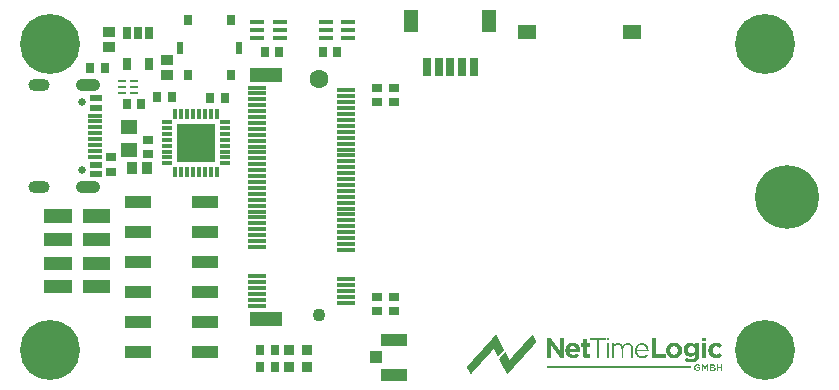
<source format=gts>
G04*
G04 #@! TF.GenerationSoftware,Altium Limited,Altium Designer,24.9.1 (31)*
G04*
G04 Layer_Color=8388736*
%FSLAX25Y25*%
%MOIN*%
G70*
G04*
G04 #@! TF.SameCoordinates,6CE62DF4-74A3-4477-B2B1-5A016BC00F72*
G04*
G04*
G04 #@! TF.FilePolarity,Negative*
G04*
G01*
G75*
%ADD15R,0.06102X0.01181*%
%ADD16R,0.10827X0.04724*%
%ADD17R,0.04724X0.01575*%
%ADD18R,0.02953X0.03543*%
%ADD22R,0.04134X0.03937*%
%ADD23R,0.08661X0.04134*%
%ADD24R,0.03543X0.02953*%
G04:AMPARAMS|DCode=27|XSize=43.31mil|YSize=23.62mil|CornerRadius=2.01mil|HoleSize=0mil|Usage=FLASHONLY|Rotation=270.000|XOffset=0mil|YOffset=0mil|HoleType=Round|Shape=RoundedRectangle|*
%AMROUNDEDRECTD27*
21,1,0.04331,0.01961,0,0,270.0*
21,1,0.03929,0.02362,0,0,270.0*
1,1,0.00402,-0.00980,-0.01965*
1,1,0.00402,-0.00980,0.01965*
1,1,0.00402,0.00980,0.01965*
1,1,0.00402,0.00980,-0.01965*
%
%ADD27ROUNDEDRECTD27*%
%ADD29R,0.03347X0.01181*%
%ADD30R,0.01181X0.03347*%
%ADD32R,0.05787X0.05059*%
%ADD33R,0.03937X0.02362*%
%ADD34R,0.04528X0.01181*%
%ADD36R,0.02559X0.01063*%
%ADD39R,0.02165X0.04331*%
%ADD40R,0.02756X0.03543*%
%ADD41R,0.06299X0.04724*%
%ADD42R,0.05118X0.07480*%
%ADD43R,0.02756X0.06496*%
%ADD44R,0.09134X0.04409*%
%ADD45R,0.03937X0.03740*%
%ADD46R,0.03740X0.03937*%
%ADD47R,0.03543X0.02756*%
%ADD48R,0.12992X0.12992*%
%ADD49R,0.03543X0.03543*%
%ADD50C,0.06299*%
%ADD51C,0.04331*%
%ADD52C,0.21260*%
%ADD53C,0.02559*%
G04:AMPARAMS|DCode=54|XSize=39.37mil|YSize=82.68mil|CornerRadius=19.68mil|HoleSize=0mil|Usage=FLASHONLY|Rotation=270.000|XOffset=0mil|YOffset=0mil|HoleType=Round|Shape=RoundedRectangle|*
%AMROUNDEDRECTD54*
21,1,0.03937,0.04331,0,0,270.0*
21,1,0.00000,0.08268,0,0,270.0*
1,1,0.03937,-0.02165,0.00000*
1,1,0.03937,-0.02165,0.00000*
1,1,0.03937,0.02165,0.00000*
1,1,0.03937,0.02165,0.00000*
%
%ADD54ROUNDEDRECTD54*%
G04:AMPARAMS|DCode=55|XSize=39.37mil|YSize=70.87mil|CornerRadius=19.68mil|HoleSize=0mil|Usage=FLASHONLY|Rotation=270.000|XOffset=0mil|YOffset=0mil|HoleType=Round|Shape=RoundedRectangle|*
%AMROUNDEDRECTD55*
21,1,0.03937,0.03150,0,0,270.0*
21,1,0.00000,0.07087,0,0,270.0*
1,1,0.03937,-0.01575,0.00000*
1,1,0.03937,-0.01575,0.00000*
1,1,0.03937,0.01575,0.00000*
1,1,0.03937,0.01575,0.00000*
%
%ADD55ROUNDEDRECTD55*%
%ADD56C,0.20000*%
G36*
X35075Y53901D02*
X25854D01*
Y58303D01*
X35075D01*
Y53901D01*
D02*
G37*
G36*
X22177D02*
X12957D01*
Y58303D01*
X22177D01*
Y53901D01*
D02*
G37*
G36*
X35075Y46027D02*
X25854D01*
Y50429D01*
X35075D01*
Y46027D01*
D02*
G37*
G36*
X22177D02*
X12957D01*
Y50429D01*
X22177D01*
Y46027D01*
D02*
G37*
G36*
X35075Y38153D02*
X25854D01*
Y42555D01*
X35075D01*
Y38153D01*
D02*
G37*
G36*
X22177D02*
X12957D01*
Y42555D01*
X22177D01*
Y38153D01*
D02*
G37*
G36*
X35075Y30279D02*
X25854D01*
Y34681D01*
X35075D01*
Y30279D01*
D02*
G37*
G36*
X22177D02*
X12957D01*
Y34681D01*
X22177D01*
Y30279D01*
D02*
G37*
G36*
X201308Y14643D02*
X200603D01*
Y15409D01*
X201308D01*
Y14643D01*
D02*
G37*
G36*
X233779Y14459D02*
Y14428D01*
Y14306D01*
X232309D01*
Y15562D01*
X233779D01*
Y14459D01*
D02*
G37*
G36*
X207802Y13663D02*
X207955D01*
Y13632D01*
X208108D01*
Y13601D01*
X208169D01*
Y13571D01*
X208261D01*
Y13540D01*
X208323D01*
Y13509D01*
X208384D01*
Y13479D01*
X208445D01*
Y13448D01*
X208506D01*
Y13417D01*
X208568D01*
Y13387D01*
X208598D01*
Y13356D01*
X208629D01*
Y13326D01*
X208690D01*
Y13295D01*
X208721D01*
Y13264D01*
X208752D01*
Y13234D01*
X208782D01*
Y13203D01*
X208813D01*
Y13172D01*
X208843D01*
Y13142D01*
X208874D01*
Y13111D01*
X208905D01*
Y13081D01*
X208935D01*
Y13050D01*
X208966D01*
Y13019D01*
X208997D01*
Y12958D01*
X209027D01*
Y12927D01*
X209058D01*
Y12866D01*
X209088D01*
Y12805D01*
X209119D01*
Y12743D01*
X209150D01*
Y12682D01*
X209180D01*
Y12621D01*
X209211D01*
Y12529D01*
X209242D01*
Y12437D01*
X209272D01*
Y12345D01*
X209303D01*
Y12192D01*
X209333D01*
Y12008D01*
X209364D01*
Y8792D01*
X208752D01*
Y11947D01*
X208721D01*
Y12100D01*
X208690D01*
Y12253D01*
X208660D01*
Y12345D01*
X208629D01*
Y12406D01*
X208598D01*
Y12468D01*
X208568D01*
Y12529D01*
X208537D01*
Y12590D01*
X208506D01*
Y12621D01*
X208476D01*
Y12682D01*
X208445D01*
Y12713D01*
X208415D01*
Y12774D01*
X208384D01*
Y12805D01*
X208353D01*
Y12835D01*
X208292D01*
Y12866D01*
X208261D01*
Y12897D01*
X208231D01*
Y12927D01*
X208169D01*
Y12958D01*
X208139D01*
Y12989D01*
X208078D01*
Y13019D01*
X208016D01*
Y13050D01*
X207924D01*
Y13081D01*
X207802D01*
Y13111D01*
X207649D01*
Y13142D01*
X207312D01*
Y13111D01*
X207128D01*
Y13081D01*
X207036D01*
Y13050D01*
X206944D01*
Y13019D01*
X206883D01*
Y12989D01*
X206822D01*
Y12958D01*
X206760D01*
Y12927D01*
X206699D01*
Y12897D01*
X206668D01*
Y12866D01*
X206638D01*
Y12835D01*
X206607D01*
Y12805D01*
X206576D01*
Y12774D01*
X206515D01*
Y12743D01*
X206485D01*
Y12682D01*
X206454D01*
Y12652D01*
X206423D01*
Y12621D01*
X206393D01*
Y12590D01*
X206362D01*
Y12529D01*
X206331D01*
Y12498D01*
X206301D01*
Y12437D01*
X206270D01*
Y12376D01*
X206240D01*
Y12315D01*
X206209D01*
Y12253D01*
X206178D01*
Y12162D01*
X206148D01*
Y12039D01*
X206117D01*
Y11886D01*
X206086D01*
Y9803D01*
Y9772D01*
Y8792D01*
X205474D01*
Y11855D01*
X205443D01*
Y12100D01*
X205412D01*
Y12223D01*
X205382D01*
Y12315D01*
X205351D01*
Y12406D01*
X205321D01*
Y12468D01*
X205290D01*
Y12529D01*
X205259D01*
Y12590D01*
X205229D01*
Y12621D01*
X205198D01*
Y12652D01*
X205167D01*
Y12713D01*
X205137D01*
Y12743D01*
X205106D01*
Y12774D01*
X205076D01*
Y12805D01*
X205045D01*
Y12835D01*
X205014D01*
Y12866D01*
X204984D01*
Y12897D01*
X204953D01*
Y12927D01*
X204892D01*
Y12958D01*
X204861D01*
Y12989D01*
X204800D01*
Y13019D01*
X204738D01*
Y13050D01*
X204647D01*
Y13081D01*
X204524D01*
Y13111D01*
X204371D01*
Y13142D01*
X204034D01*
Y13111D01*
X203881D01*
Y13081D01*
X203758D01*
Y13050D01*
X203697D01*
Y13019D01*
X203636D01*
Y12989D01*
X203574D01*
Y12958D01*
X203513D01*
Y12927D01*
X203483D01*
Y12897D01*
X203421D01*
Y12866D01*
X203391D01*
Y12835D01*
X203360D01*
Y12805D01*
X203299D01*
Y12774D01*
X203268D01*
Y12743D01*
X203238D01*
Y12713D01*
X203207D01*
Y12652D01*
X203176D01*
Y12621D01*
X203146D01*
Y12590D01*
X203115D01*
Y12529D01*
X203084D01*
Y12498D01*
X203054D01*
Y12468D01*
X203023D01*
Y12406D01*
X202992D01*
Y12345D01*
X202962D01*
Y12284D01*
X202931D01*
Y12192D01*
X202901D01*
Y12131D01*
X202870D01*
Y12039D01*
X202839D01*
Y11886D01*
X202809D01*
Y8792D01*
X202196D01*
Y13601D01*
X202809D01*
Y12958D01*
X202839D01*
Y13019D01*
X202870D01*
Y13081D01*
X202901D01*
Y13111D01*
X202931D01*
Y13142D01*
X202962D01*
Y13172D01*
X202992D01*
Y13203D01*
X203023D01*
Y13234D01*
X203054D01*
Y13264D01*
X203084D01*
Y13295D01*
X203115D01*
Y13326D01*
X203176D01*
Y13356D01*
X203207D01*
Y13387D01*
X203238D01*
Y13417D01*
X203299D01*
Y13448D01*
X203329D01*
Y13479D01*
X203391D01*
Y13509D01*
X203452D01*
Y13540D01*
X203513D01*
Y13571D01*
X203605D01*
Y13601D01*
X203666D01*
Y13632D01*
X203819D01*
Y13663D01*
X203942D01*
Y13693D01*
X204555D01*
Y13663D01*
X204708D01*
Y13632D01*
X204830D01*
Y13601D01*
X204922D01*
Y13571D01*
X204984D01*
Y13540D01*
X205076D01*
Y13509D01*
X205106D01*
Y13479D01*
X205167D01*
Y13448D01*
X205229D01*
Y13417D01*
X205290D01*
Y13387D01*
X205321D01*
Y13356D01*
X205351D01*
Y13326D01*
X205382D01*
Y13295D01*
X205443D01*
Y13264D01*
X205474D01*
Y13234D01*
X205504D01*
Y13203D01*
X205535D01*
Y13172D01*
X205566D01*
Y13142D01*
X205596D01*
Y13081D01*
X205627D01*
Y13050D01*
X205658D01*
Y13019D01*
X205688D01*
Y12989D01*
X205719D01*
Y12927D01*
X205749D01*
Y12866D01*
X205780D01*
Y12805D01*
X205811D01*
Y12713D01*
X205841D01*
Y12774D01*
X205872D01*
Y12835D01*
X205903D01*
Y12897D01*
X205933D01*
Y12958D01*
X205964D01*
Y12989D01*
X205995D01*
Y13019D01*
X206025D01*
Y13050D01*
X206056D01*
Y13081D01*
X206086D01*
Y13111D01*
X206117D01*
Y13142D01*
X206148D01*
Y13172D01*
X206178D01*
Y13234D01*
X206240D01*
Y13264D01*
X206270D01*
Y13295D01*
X206301D01*
Y13326D01*
X206362D01*
Y13356D01*
X206393D01*
Y13387D01*
X206423D01*
Y13417D01*
X206485D01*
Y13448D01*
X206546D01*
Y13479D01*
X206607D01*
Y13509D01*
X206638D01*
Y13540D01*
X206730D01*
Y13571D01*
X206822D01*
Y13601D01*
X206883D01*
Y13632D01*
X207036D01*
Y13663D01*
X207158D01*
Y13693D01*
X207802D01*
Y13663D01*
D02*
G37*
G36*
X237424Y13816D02*
X237669D01*
Y13785D01*
X237792D01*
Y13754D01*
X237914D01*
Y13724D01*
X238006D01*
Y13693D01*
X238098D01*
Y13663D01*
X238160D01*
Y13632D01*
X238221D01*
Y13601D01*
X238282D01*
Y13571D01*
X238343D01*
Y13540D01*
X238405D01*
Y13509D01*
X238466D01*
Y13479D01*
X238496D01*
Y13448D01*
X238558D01*
Y13417D01*
X238588D01*
Y13387D01*
X238650D01*
Y13356D01*
X238680D01*
Y13326D01*
X238711D01*
Y13295D01*
X238742D01*
Y13264D01*
X238772D01*
Y13234D01*
X238833D01*
Y13203D01*
X238864D01*
Y13172D01*
X238895D01*
Y13142D01*
X238925D01*
Y13111D01*
X238956D01*
Y13081D01*
X238987D01*
Y13050D01*
X239017D01*
Y12989D01*
X238987D01*
Y12958D01*
X238956D01*
Y12927D01*
X238925D01*
Y12897D01*
X238895D01*
Y12866D01*
X238864D01*
Y12805D01*
X238833D01*
Y12774D01*
X238803D01*
Y12743D01*
X238772D01*
Y12713D01*
X238742D01*
Y12682D01*
X238711D01*
Y12652D01*
X238680D01*
Y12621D01*
X238650D01*
Y12590D01*
X238619D01*
Y12560D01*
X238588D01*
Y12529D01*
X238558D01*
Y12498D01*
X238527D01*
Y12468D01*
X238496D01*
Y12437D01*
X238466D01*
Y12376D01*
X238435D01*
Y12345D01*
X238405D01*
Y12315D01*
X238374D01*
Y12284D01*
X238343D01*
Y12253D01*
X238313D01*
Y12223D01*
X238282D01*
Y12192D01*
X238251D01*
Y12162D01*
X238221D01*
Y12131D01*
X238190D01*
Y12100D01*
X238129D01*
Y12131D01*
X238098D01*
Y12162D01*
X238068D01*
Y12192D01*
X238037D01*
Y12223D01*
X238006D01*
Y12253D01*
X237976D01*
Y12284D01*
X237945D01*
Y12315D01*
X237884D01*
Y12345D01*
X237853D01*
Y12376D01*
X237823D01*
Y12406D01*
X237761D01*
Y12437D01*
X237731D01*
Y12468D01*
X237669D01*
Y12498D01*
X237608D01*
Y12529D01*
X237547D01*
Y12560D01*
X237455D01*
Y12590D01*
X237333D01*
Y12621D01*
X236781D01*
Y12590D01*
X236659D01*
Y12560D01*
X236597D01*
Y12529D01*
X236536D01*
Y12498D01*
X236475D01*
Y12468D01*
X236414D01*
Y12437D01*
X236383D01*
Y12406D01*
X236322D01*
Y12376D01*
X236291D01*
Y12345D01*
X236260D01*
Y12315D01*
X236230D01*
Y12284D01*
X236199D01*
Y12253D01*
X236168D01*
Y12223D01*
X236138D01*
Y12162D01*
X236107D01*
Y12131D01*
X236076D01*
Y12100D01*
X236046D01*
Y12039D01*
X236015D01*
Y11978D01*
X235985D01*
Y11916D01*
X235954D01*
Y11855D01*
X235923D01*
Y11763D01*
X235893D01*
Y11641D01*
X235862D01*
Y11518D01*
X235831D01*
Y11028D01*
X235862D01*
Y10875D01*
X235893D01*
Y10752D01*
X235923D01*
Y10660D01*
X235954D01*
Y10599D01*
X235985D01*
Y10538D01*
X236015D01*
Y10477D01*
X236046D01*
Y10446D01*
X236076D01*
Y10385D01*
X236107D01*
Y10354D01*
X236138D01*
Y10323D01*
X236168D01*
Y10262D01*
X236230D01*
Y10232D01*
X236260D01*
Y10201D01*
X236291D01*
Y10170D01*
X236322D01*
Y10140D01*
X236352D01*
Y10109D01*
X236414D01*
Y10078D01*
X236444D01*
Y10048D01*
X236505D01*
Y10017D01*
X236567D01*
Y9986D01*
X236628D01*
Y9956D01*
X236720D01*
Y9925D01*
X236842D01*
Y9895D01*
X237333D01*
Y9925D01*
X237486D01*
Y9956D01*
X237578D01*
Y9986D01*
X237639D01*
Y10017D01*
X237700D01*
Y10048D01*
X237761D01*
Y10078D01*
X237823D01*
Y10109D01*
X237853D01*
Y10140D01*
X237914D01*
Y10170D01*
X237945D01*
Y10201D01*
X238006D01*
Y10232D01*
X238037D01*
Y10262D01*
X238068D01*
Y10293D01*
X238098D01*
Y10323D01*
X238160D01*
Y10354D01*
X238190D01*
Y10385D01*
X238221D01*
Y10415D01*
X238251D01*
Y10385D01*
X238282D01*
Y10354D01*
X238313D01*
Y10323D01*
X238343D01*
Y10293D01*
X238374D01*
Y10262D01*
X238405D01*
Y10232D01*
X238435D01*
Y10201D01*
X238466D01*
Y10170D01*
X238496D01*
Y10140D01*
X238527D01*
Y10109D01*
X238558D01*
Y10078D01*
X238588D01*
Y10048D01*
X238619D01*
Y10017D01*
X238650D01*
Y9986D01*
X238680D01*
Y9956D01*
X238711D01*
Y9925D01*
X238742D01*
Y9895D01*
X238772D01*
Y9864D01*
X238803D01*
Y9833D01*
X238833D01*
Y9803D01*
X238864D01*
Y9772D01*
X238895D01*
Y9741D01*
X238925D01*
Y9711D01*
X238956D01*
Y9680D01*
X238987D01*
Y9650D01*
X239017D01*
Y9619D01*
X239048D01*
Y9558D01*
X239017D01*
Y9527D01*
X238987D01*
Y9496D01*
X238956D01*
Y9466D01*
X238925D01*
Y9435D01*
X238895D01*
Y9404D01*
X238864D01*
Y9374D01*
X238833D01*
Y9343D01*
X238803D01*
Y9313D01*
X238772D01*
Y9282D01*
X238742D01*
Y9251D01*
X238680D01*
Y9221D01*
X238650D01*
Y9190D01*
X238619D01*
Y9159D01*
X238558D01*
Y9129D01*
X238527D01*
Y9098D01*
X238496D01*
Y9067D01*
X238435D01*
Y9037D01*
X238405D01*
Y9006D01*
X238343D01*
Y8976D01*
X238282D01*
Y8945D01*
X238251D01*
Y8914D01*
X238160D01*
Y8884D01*
X238098D01*
Y8853D01*
X238037D01*
Y8822D01*
X237945D01*
Y8792D01*
X237853D01*
Y8761D01*
X237731D01*
Y8731D01*
X237578D01*
Y8700D01*
X237394D01*
Y8669D01*
X236750D01*
Y8700D01*
X236505D01*
Y8731D01*
X236383D01*
Y8761D01*
X236260D01*
Y8792D01*
X236168D01*
Y8822D01*
X236076D01*
Y8853D01*
X236015D01*
Y8884D01*
X235923D01*
Y8914D01*
X235862D01*
Y8945D01*
X235801D01*
Y8976D01*
X235739D01*
Y9006D01*
X235709D01*
Y9037D01*
X235648D01*
Y9067D01*
X235586D01*
Y9098D01*
X235556D01*
Y9129D01*
X235494D01*
Y9159D01*
X235464D01*
Y9190D01*
X235433D01*
Y9221D01*
X235372D01*
Y9251D01*
X235341D01*
Y9282D01*
X235311D01*
Y9313D01*
X235280D01*
Y9343D01*
X235249D01*
Y9374D01*
X235219D01*
Y9404D01*
X235188D01*
Y9435D01*
X235157D01*
Y9466D01*
X235127D01*
Y9496D01*
X235096D01*
Y9527D01*
X235066D01*
Y9558D01*
X235035D01*
Y9588D01*
X235004D01*
Y9619D01*
X234974D01*
Y9680D01*
X234943D01*
Y9711D01*
X234912D01*
Y9741D01*
X234882D01*
Y9803D01*
X234851D01*
Y9864D01*
X234821D01*
Y9895D01*
X234790D01*
Y9956D01*
X234759D01*
Y10017D01*
X234729D01*
Y10078D01*
X234698D01*
Y10140D01*
X234667D01*
Y10201D01*
X234637D01*
Y10262D01*
X234606D01*
Y10354D01*
X234576D01*
Y10446D01*
X234545D01*
Y10538D01*
X234514D01*
Y10660D01*
X234484D01*
Y10844D01*
X234453D01*
Y11181D01*
X234422D01*
Y11334D01*
X234453D01*
Y11671D01*
X234484D01*
Y11824D01*
X234514D01*
Y11978D01*
X234545D01*
Y12070D01*
X234576D01*
Y12162D01*
X234606D01*
Y12223D01*
X234637D01*
Y12315D01*
X234667D01*
Y12376D01*
X234698D01*
Y12437D01*
X234729D01*
Y12498D01*
X234759D01*
Y12560D01*
X234790D01*
Y12621D01*
X234821D01*
Y12652D01*
X234851D01*
Y12713D01*
X234882D01*
Y12743D01*
X234912D01*
Y12805D01*
X234943D01*
Y12835D01*
X234974D01*
Y12897D01*
X235004D01*
Y12927D01*
X235035D01*
Y12958D01*
X235066D01*
Y12989D01*
X235096D01*
Y13019D01*
X235127D01*
Y13050D01*
X235157D01*
Y13081D01*
X235188D01*
Y13111D01*
X235219D01*
Y13142D01*
X235249D01*
Y13172D01*
X235280D01*
Y13203D01*
X235311D01*
Y13234D01*
X235341D01*
Y13264D01*
X235372D01*
Y13295D01*
X235433D01*
Y13326D01*
X235464D01*
Y13356D01*
X235494D01*
Y13387D01*
X235556D01*
Y13417D01*
X235586D01*
Y13448D01*
X235648D01*
Y13479D01*
X235709D01*
Y13509D01*
X235739D01*
Y13540D01*
X235801D01*
Y13571D01*
X235862D01*
Y13601D01*
X235923D01*
Y13632D01*
X235985D01*
Y13663D01*
X236076D01*
Y13693D01*
X236168D01*
Y13724D01*
X236260D01*
Y13754D01*
X236383D01*
Y13785D01*
X236505D01*
Y13816D01*
X236720D01*
Y13846D01*
X237424D01*
Y13816D01*
D02*
G37*
G36*
X186328Y13877D02*
Y13846D01*
Y8792D01*
X185072D01*
Y8853D01*
X185041D01*
Y8884D01*
X185011D01*
Y8914D01*
X184980D01*
Y8976D01*
X184949D01*
Y9006D01*
X184919D01*
Y9037D01*
X184888D01*
Y9098D01*
X184857D01*
Y9129D01*
X184827D01*
Y9159D01*
X184796D01*
Y9221D01*
X184766D01*
Y9251D01*
X184735D01*
Y9282D01*
X184704D01*
Y9313D01*
X184674D01*
Y9374D01*
X184643D01*
Y9404D01*
X184612D01*
Y9435D01*
X184582D01*
Y9496D01*
X184551D01*
Y9527D01*
X184520D01*
Y9558D01*
X184490D01*
Y9619D01*
X184459D01*
Y9650D01*
X184429D01*
Y9680D01*
X184398D01*
Y9741D01*
X184367D01*
Y9772D01*
X184337D01*
Y9803D01*
X184306D01*
Y9864D01*
X184275D01*
Y9895D01*
X184245D01*
Y9925D01*
X184214D01*
Y9956D01*
X184184D01*
Y10017D01*
X184153D01*
Y10048D01*
X184122D01*
Y10078D01*
X184092D01*
Y10140D01*
X184061D01*
Y10170D01*
X184030D01*
Y10201D01*
X184000D01*
Y10262D01*
X183969D01*
Y10293D01*
X183938D01*
Y10323D01*
X183908D01*
Y10385D01*
X183877D01*
Y10415D01*
X183846D01*
Y10446D01*
X183816D01*
Y10507D01*
X183785D01*
Y10538D01*
X183755D01*
Y10569D01*
X183724D01*
Y10599D01*
X183693D01*
Y10660D01*
X183663D01*
Y10691D01*
X183632D01*
Y10722D01*
X183601D01*
Y10783D01*
X183571D01*
Y10814D01*
X183540D01*
Y10844D01*
X183510D01*
Y10905D01*
X183479D01*
Y10936D01*
X183448D01*
Y10967D01*
X183418D01*
Y11028D01*
X183387D01*
Y11059D01*
X183356D01*
Y11089D01*
X183326D01*
Y11151D01*
X183295D01*
Y11181D01*
X183265D01*
Y11212D01*
X183234D01*
Y11242D01*
X183203D01*
Y11304D01*
X183173D01*
Y11334D01*
X183142D01*
Y11365D01*
X183111D01*
Y11426D01*
X183081D01*
Y11457D01*
X183050D01*
Y11488D01*
X183019D01*
Y11549D01*
X182989D01*
Y11579D01*
X182958D01*
Y11610D01*
X182928D01*
Y11671D01*
X182897D01*
Y11702D01*
X182866D01*
Y11733D01*
X182836D01*
Y11794D01*
X182805D01*
Y11824D01*
X182774D01*
Y11855D01*
X182744D01*
Y11886D01*
X182713D01*
Y11947D01*
X182682D01*
Y11978D01*
X182652D01*
Y12008D01*
X182621D01*
Y12070D01*
X182590D01*
Y12100D01*
X182560D01*
Y12131D01*
X182529D01*
Y12192D01*
X182499D01*
Y12223D01*
X182468D01*
Y12253D01*
X182437D01*
Y12315D01*
X182407D01*
Y12345D01*
X182376D01*
Y12376D01*
X182345D01*
Y12437D01*
X182315D01*
Y12468D01*
X182284D01*
Y12498D01*
X182254D01*
Y12529D01*
X182223D01*
Y12590D01*
X182192D01*
Y12621D01*
X182162D01*
Y12652D01*
X182131D01*
Y12713D01*
X182100D01*
Y12743D01*
X182070D01*
Y12774D01*
X182039D01*
Y12835D01*
X182009D01*
Y12866D01*
X181978D01*
Y12897D01*
X181947D01*
Y8792D01*
X180538D01*
Y15286D01*
X181886D01*
Y15225D01*
X181917D01*
Y15194D01*
X181947D01*
Y15164D01*
X181978D01*
Y15102D01*
X182009D01*
Y15072D01*
X182039D01*
Y15041D01*
X182070D01*
Y14980D01*
X182100D01*
Y14949D01*
X182131D01*
Y14919D01*
X182162D01*
Y14857D01*
X182192D01*
Y14827D01*
X182223D01*
Y14796D01*
X182254D01*
Y14765D01*
X182284D01*
Y14704D01*
X182315D01*
Y14673D01*
X182345D01*
Y14643D01*
X182376D01*
Y14581D01*
X182407D01*
Y14551D01*
X182437D01*
Y14520D01*
X182468D01*
Y14459D01*
X182499D01*
Y14428D01*
X182529D01*
Y14398D01*
X182560D01*
Y14336D01*
X182590D01*
Y14306D01*
X182621D01*
Y14275D01*
X182652D01*
Y14214D01*
X182682D01*
Y14183D01*
X182713D01*
Y14153D01*
X182744D01*
Y14091D01*
X182774D01*
Y14061D01*
X182805D01*
Y14030D01*
X182836D01*
Y13999D01*
X182866D01*
Y13938D01*
X182897D01*
Y13908D01*
X182928D01*
Y13877D01*
X182958D01*
Y13816D01*
X182989D01*
Y13785D01*
X183019D01*
Y13754D01*
X183050D01*
Y13693D01*
X183081D01*
Y13663D01*
X183111D01*
Y13632D01*
X183142D01*
Y13571D01*
X183173D01*
Y13540D01*
X183203D01*
Y13509D01*
X183234D01*
Y13448D01*
X183265D01*
Y13417D01*
X183295D01*
Y13387D01*
X183326D01*
Y13356D01*
X183356D01*
Y13295D01*
X183387D01*
Y13264D01*
X183418D01*
Y13234D01*
X183448D01*
Y13172D01*
X183479D01*
Y13142D01*
X183510D01*
Y13111D01*
X183540D01*
Y13050D01*
X183571D01*
Y13019D01*
X183601D01*
Y12989D01*
X183632D01*
Y12927D01*
X183663D01*
Y12897D01*
X183693D01*
Y12866D01*
X183724D01*
Y12805D01*
X183755D01*
Y12774D01*
X183785D01*
Y12743D01*
X183816D01*
Y12682D01*
X183846D01*
Y12652D01*
X183877D01*
Y12621D01*
X183908D01*
Y12590D01*
X183938D01*
Y12529D01*
X183969D01*
Y12498D01*
X184000D01*
Y12468D01*
X184030D01*
Y12406D01*
X184061D01*
Y12376D01*
X184092D01*
Y12345D01*
X184122D01*
Y12284D01*
X184153D01*
Y12253D01*
X184184D01*
Y12223D01*
X184214D01*
Y12162D01*
X184245D01*
Y12131D01*
X184275D01*
Y12100D01*
X184306D01*
Y12039D01*
X184337D01*
Y12008D01*
X184367D01*
Y11978D01*
X184398D01*
Y11947D01*
X184429D01*
Y11886D01*
X184459D01*
Y11855D01*
X184490D01*
Y11824D01*
X184520D01*
Y11763D01*
X184551D01*
Y11733D01*
X184582D01*
Y11702D01*
X184612D01*
Y11641D01*
X184643D01*
Y11610D01*
X184674D01*
Y11579D01*
X184704D01*
Y11518D01*
X184735D01*
Y11488D01*
X184766D01*
Y11457D01*
X184796D01*
Y11396D01*
X184827D01*
Y11365D01*
X184857D01*
Y11334D01*
X184888D01*
Y11304D01*
X184919D01*
Y15286D01*
X186328D01*
Y13877D01*
D02*
G37*
G36*
X163690Y16542D02*
X163720D01*
Y16481D01*
X163751D01*
Y16450D01*
X163782D01*
Y16389D01*
X163812D01*
Y16328D01*
X163843D01*
Y16266D01*
X163874D01*
Y16205D01*
X163904D01*
Y16144D01*
X163935D01*
Y16083D01*
X163965D01*
Y16021D01*
X163996D01*
Y15960D01*
X164027D01*
Y15899D01*
X164057D01*
Y15837D01*
X164088D01*
Y15776D01*
X164119D01*
Y15746D01*
X164149D01*
Y15684D01*
X164180D01*
Y15623D01*
X164210D01*
Y15562D01*
X164241D01*
Y15500D01*
X164272D01*
Y15439D01*
X164302D01*
Y15378D01*
X164333D01*
Y15317D01*
X164364D01*
Y15255D01*
X164394D01*
Y15194D01*
X164425D01*
Y15133D01*
X164455D01*
Y15102D01*
X164486D01*
Y15041D01*
X164517D01*
Y14980D01*
X164547D01*
Y14919D01*
X164578D01*
Y14857D01*
X164609D01*
Y14796D01*
X164639D01*
Y14735D01*
X164670D01*
Y14673D01*
X164701D01*
Y14612D01*
X164731D01*
Y14551D01*
X164762D01*
Y14490D01*
X164793D01*
Y14459D01*
X164823D01*
Y14398D01*
X164854D01*
Y14336D01*
X164884D01*
Y14275D01*
X164915D01*
Y14214D01*
X164946D01*
Y14153D01*
X164976D01*
Y14091D01*
X165007D01*
Y14030D01*
X165038D01*
Y13969D01*
X165068D01*
Y13908D01*
X165099D01*
Y13846D01*
X165129D01*
Y13816D01*
X165160D01*
Y13754D01*
X165191D01*
Y13693D01*
X165221D01*
Y13632D01*
X165252D01*
Y13571D01*
X165283D01*
Y13509D01*
X165313D01*
Y13448D01*
X165344D01*
Y13387D01*
X165375D01*
Y13326D01*
X165405D01*
Y13264D01*
X165436D01*
Y13203D01*
X165466D01*
Y13142D01*
X165497D01*
Y13111D01*
X165528D01*
Y13050D01*
X165558D01*
Y12989D01*
X165589D01*
Y12927D01*
X165620D01*
Y12866D01*
X165650D01*
Y12805D01*
X165681D01*
Y12743D01*
X165711D01*
Y12682D01*
X165742D01*
Y12621D01*
X165773D01*
Y12560D01*
X165803D01*
Y12498D01*
X165834D01*
Y12468D01*
X165865D01*
Y12406D01*
X165895D01*
Y12345D01*
X165926D01*
Y12284D01*
X165957D01*
Y12223D01*
X165987D01*
Y12162D01*
X166018D01*
Y12100D01*
X166049D01*
Y12039D01*
X166079D01*
Y11978D01*
X166110D01*
Y11916D01*
X166140D01*
Y11855D01*
X166171D01*
Y11824D01*
X166202D01*
Y11763D01*
X166232D01*
Y11702D01*
X166263D01*
Y11641D01*
X166294D01*
Y11579D01*
X166324D01*
Y11518D01*
X166355D01*
Y11426D01*
X166324D01*
Y11396D01*
X166294D01*
Y11365D01*
X166263D01*
Y11334D01*
X166232D01*
Y11304D01*
X166202D01*
Y11273D01*
X166171D01*
Y11212D01*
X166140D01*
Y11181D01*
X166110D01*
Y11151D01*
X166079D01*
Y11120D01*
X166049D01*
Y11089D01*
X166018D01*
Y11059D01*
X165987D01*
Y11028D01*
X165957D01*
Y10997D01*
X165926D01*
Y10967D01*
X165895D01*
Y10936D01*
X165865D01*
Y10905D01*
X165834D01*
Y10844D01*
X165803D01*
Y10814D01*
X165773D01*
Y10783D01*
X165742D01*
Y10752D01*
X165711D01*
Y10722D01*
X165681D01*
Y10691D01*
X165650D01*
Y10660D01*
X165620D01*
Y10630D01*
X165589D01*
Y10599D01*
X165558D01*
Y10569D01*
X165528D01*
Y10538D01*
X165497D01*
Y10477D01*
X165466D01*
Y10446D01*
X165436D01*
Y10415D01*
X165405D01*
Y10385D01*
X165375D01*
Y10354D01*
X165344D01*
Y10323D01*
X165313D01*
Y10293D01*
X165283D01*
Y10262D01*
X165252D01*
Y10232D01*
X165221D01*
Y10201D01*
X165191D01*
Y10170D01*
X165160D01*
Y10109D01*
X165129D01*
Y10078D01*
X165099D01*
Y10048D01*
X165068D01*
Y10017D01*
X165038D01*
Y9986D01*
X165007D01*
Y9956D01*
X164976D01*
Y9925D01*
X164946D01*
Y9895D01*
X164915D01*
Y9864D01*
X164884D01*
Y9833D01*
X164854D01*
Y9803D01*
X164823D01*
Y9741D01*
X164793D01*
Y9711D01*
X164762D01*
Y9680D01*
X164731D01*
Y9650D01*
X164701D01*
Y9619D01*
X164670D01*
Y9588D01*
X164639D01*
Y9558D01*
X164609D01*
Y9527D01*
X164578D01*
Y9496D01*
X164547D01*
Y9466D01*
X164517D01*
Y9435D01*
X164486D01*
Y9374D01*
X164455D01*
Y9343D01*
X164425D01*
Y9313D01*
X164394D01*
Y9282D01*
X164364D01*
Y9251D01*
X164333D01*
Y9221D01*
X164302D01*
Y9190D01*
X164272D01*
Y9221D01*
X164241D01*
Y9282D01*
X164210D01*
Y9343D01*
X164180D01*
Y9404D01*
X164149D01*
Y9466D01*
X164119D01*
Y9527D01*
X164088D01*
Y9558D01*
X164057D01*
Y9619D01*
X164027D01*
Y9680D01*
X163996D01*
Y9741D01*
X163965D01*
Y9803D01*
X163935D01*
Y9864D01*
X163904D01*
Y9925D01*
X163874D01*
Y9986D01*
X163843D01*
Y10048D01*
X163812D01*
Y10109D01*
X163782D01*
Y10170D01*
X163751D01*
Y10232D01*
X163720D01*
Y10262D01*
X163690D01*
Y10323D01*
X163659D01*
Y10385D01*
X163628D01*
Y10446D01*
X163598D01*
Y10507D01*
X163567D01*
Y10569D01*
X163537D01*
Y10630D01*
X163506D01*
Y10691D01*
X163475D01*
Y10752D01*
X163445D01*
Y10814D01*
X163414D01*
Y10875D01*
X163383D01*
Y10936D01*
X163353D01*
Y10967D01*
X163322D01*
Y11028D01*
X163292D01*
Y11089D01*
X163261D01*
Y11151D01*
X163230D01*
Y11212D01*
X163200D01*
Y11273D01*
X163169D01*
Y11334D01*
X163138D01*
Y11396D01*
X163108D01*
Y11457D01*
X163077D01*
Y11518D01*
X163046D01*
Y11579D01*
X163016D01*
Y11641D01*
X162985D01*
Y11671D01*
X162954D01*
Y11733D01*
X162924D01*
Y11763D01*
X162893D01*
Y11733D01*
X162863D01*
Y11702D01*
X162832D01*
Y11671D01*
X162801D01*
Y11641D01*
X162771D01*
Y11610D01*
X162740D01*
Y11579D01*
X162709D01*
Y11549D01*
X162679D01*
Y11488D01*
X162648D01*
Y11457D01*
X162618D01*
Y11426D01*
X162587D01*
Y11396D01*
X162556D01*
Y11365D01*
X162526D01*
Y11334D01*
X162495D01*
Y11304D01*
X162464D01*
Y11273D01*
X162434D01*
Y11242D01*
X162403D01*
Y11212D01*
X162373D01*
Y11151D01*
X162342D01*
Y11120D01*
X162311D01*
Y11089D01*
X162281D01*
Y11059D01*
X162250D01*
Y11028D01*
X162219D01*
Y10997D01*
X162189D01*
Y10967D01*
X162158D01*
Y10936D01*
X162127D01*
Y10905D01*
X162097D01*
Y10875D01*
X162066D01*
Y10814D01*
X162036D01*
Y10783D01*
X162005D01*
Y10752D01*
X161974D01*
Y10722D01*
X161944D01*
Y10691D01*
X161913D01*
Y10660D01*
X161882D01*
Y10630D01*
X161852D01*
Y10599D01*
X161821D01*
Y10569D01*
X161790D01*
Y10538D01*
X161760D01*
Y10477D01*
X161729D01*
Y10446D01*
X161698D01*
Y10415D01*
X161668D01*
Y10385D01*
X161637D01*
Y10354D01*
X161607D01*
Y10323D01*
X161576D01*
Y10293D01*
X161545D01*
Y10262D01*
X161515D01*
Y10232D01*
X161484D01*
Y10201D01*
X161453D01*
Y10140D01*
X161423D01*
Y10109D01*
X161392D01*
Y10078D01*
X161362D01*
Y10048D01*
X161331D01*
Y10017D01*
X161300D01*
Y9986D01*
X161270D01*
Y9956D01*
X161239D01*
Y9925D01*
X161208D01*
Y9895D01*
X161178D01*
Y9833D01*
X161147D01*
Y9803D01*
X161117D01*
Y9772D01*
X161086D01*
Y9741D01*
X161055D01*
Y9711D01*
X161025D01*
Y9680D01*
X160994D01*
Y9650D01*
X160963D01*
Y9619D01*
X160933D01*
Y9588D01*
X160902D01*
Y9558D01*
X160871D01*
Y9496D01*
X160841D01*
Y9466D01*
X160810D01*
Y9435D01*
X160780D01*
Y9404D01*
X160749D01*
Y9374D01*
X160718D01*
Y9343D01*
X160688D01*
Y9313D01*
X160657D01*
Y9282D01*
X160626D01*
Y9251D01*
X160596D01*
Y9221D01*
X160565D01*
Y9159D01*
X160535D01*
Y9129D01*
X160504D01*
Y9098D01*
X160473D01*
Y9067D01*
X160443D01*
Y9037D01*
X160412D01*
Y9006D01*
X160381D01*
Y8976D01*
X160351D01*
Y8945D01*
X160320D01*
Y8914D01*
X160289D01*
Y8884D01*
X160259D01*
Y8822D01*
X160228D01*
Y8792D01*
X160197D01*
Y8761D01*
X160167D01*
Y8731D01*
X160136D01*
Y8700D01*
X160106D01*
Y8669D01*
X160075D01*
Y8639D01*
X160044D01*
Y8608D01*
X160014D01*
Y8577D01*
X159983D01*
Y8547D01*
X159952D01*
Y8485D01*
X159922D01*
Y8455D01*
X159891D01*
Y8424D01*
X159861D01*
Y8394D01*
X159830D01*
Y8363D01*
X159799D01*
Y8332D01*
X159769D01*
Y8302D01*
X159738D01*
Y8271D01*
X159707D01*
Y8240D01*
X159677D01*
Y8179D01*
X159646D01*
Y8149D01*
X159616D01*
Y8118D01*
X159585D01*
Y8087D01*
X159554D01*
Y8057D01*
X159524D01*
Y8026D01*
X159493D01*
Y7995D01*
X159462D01*
Y7965D01*
X159432D01*
Y7934D01*
X159401D01*
Y7903D01*
X159370D01*
Y7842D01*
X159340D01*
Y7812D01*
X159309D01*
Y7781D01*
X159279D01*
Y7750D01*
X159248D01*
Y7720D01*
X159217D01*
Y7689D01*
X159187D01*
Y7658D01*
X159156D01*
Y7628D01*
X159125D01*
Y7597D01*
X159095D01*
Y7566D01*
X159064D01*
Y7505D01*
X159033D01*
Y7475D01*
X159003D01*
Y7444D01*
X158972D01*
Y7413D01*
X158941D01*
Y7383D01*
X158911D01*
Y7352D01*
X158880D01*
Y7321D01*
X158850D01*
Y7291D01*
X158819D01*
Y7260D01*
X158788D01*
Y7230D01*
X158758D01*
Y7168D01*
X158727D01*
Y7138D01*
X158696D01*
Y7107D01*
X158666D01*
Y7076D01*
X158635D01*
Y7046D01*
X158605D01*
Y7015D01*
X158574D01*
Y6984D01*
X158543D01*
Y6954D01*
X158513D01*
Y6923D01*
X158482D01*
Y6893D01*
X158451D01*
Y6831D01*
X158421D01*
Y6801D01*
X158390D01*
Y6770D01*
X158360D01*
Y6739D01*
X158329D01*
Y6709D01*
X158298D01*
Y6678D01*
X158268D01*
Y6647D01*
X158237D01*
Y6617D01*
X158206D01*
Y6586D01*
X158176D01*
Y6525D01*
X158145D01*
Y6494D01*
X158114D01*
Y6464D01*
X158084D01*
Y6433D01*
X158053D01*
Y6402D01*
X158022D01*
Y6372D01*
X157992D01*
Y6341D01*
X157961D01*
Y6311D01*
X157931D01*
Y6280D01*
X157900D01*
Y6249D01*
X157869D01*
Y6188D01*
X157839D01*
Y6157D01*
X157808D01*
Y6127D01*
X157777D01*
Y6096D01*
X157747D01*
Y6065D01*
X157716D01*
Y6035D01*
X157685D01*
Y6004D01*
X157655D01*
Y5974D01*
X157624D01*
Y5943D01*
X157594D01*
Y5912D01*
X157563D01*
Y5851D01*
X157532D01*
Y5820D01*
X157502D01*
Y5790D01*
X157471D01*
Y5759D01*
X157440D01*
Y5728D01*
X157410D01*
Y5698D01*
X157379D01*
Y5667D01*
X157349D01*
Y5636D01*
X157318D01*
Y5606D01*
X157287D01*
Y5575D01*
X157257D01*
Y5514D01*
X157226D01*
Y5483D01*
X157195D01*
Y5453D01*
X157165D01*
Y5422D01*
X157134D01*
Y5392D01*
X157104D01*
Y5361D01*
X157073D01*
Y5330D01*
X157042D01*
Y5300D01*
X157012D01*
Y5269D01*
X156981D01*
Y5238D01*
X156950D01*
Y5177D01*
X156920D01*
Y5146D01*
X156889D01*
Y5116D01*
X156858D01*
Y5085D01*
X156828D01*
Y5054D01*
X156797D01*
Y5024D01*
X156767D01*
Y4993D01*
X156736D01*
Y4963D01*
X156705D01*
Y4932D01*
X156675D01*
Y4871D01*
X156644D01*
Y4840D01*
X156613D01*
Y4809D01*
X156583D01*
Y4779D01*
X156552D01*
Y4748D01*
X156521D01*
Y4718D01*
X156491D01*
Y4687D01*
X156460D01*
Y4656D01*
X156430D01*
Y4626D01*
X156399D01*
Y4595D01*
X156368D01*
Y4534D01*
X156338D01*
Y4503D01*
X156307D01*
Y4473D01*
X156276D01*
Y4442D01*
X156246D01*
Y4411D01*
X156215D01*
Y4381D01*
X156184D01*
Y4350D01*
X156154D01*
Y4319D01*
X156123D01*
Y4289D01*
X156093D01*
Y4258D01*
X156062D01*
Y4197D01*
X156031D01*
Y4166D01*
X156001D01*
Y4135D01*
X155970D01*
Y4105D01*
X155939D01*
Y4074D01*
X155909D01*
Y4044D01*
X155878D01*
Y4013D01*
X155848D01*
Y3982D01*
X155817D01*
Y3952D01*
X155786D01*
Y3921D01*
X155756D01*
Y3860D01*
X155725D01*
Y3829D01*
X155694D01*
Y3799D01*
X155664D01*
Y3768D01*
X155633D01*
Y3737D01*
X155603D01*
Y3707D01*
X155572D01*
Y3676D01*
X155541D01*
Y3645D01*
X155511D01*
Y3615D01*
X155480D01*
Y3584D01*
X155449D01*
Y3523D01*
X155419D01*
Y3492D01*
X155388D01*
Y3462D01*
X155357D01*
Y3431D01*
X155327D01*
Y3400D01*
X155296D01*
Y3370D01*
X155265D01*
Y3339D01*
X155235D01*
Y3308D01*
X155204D01*
Y3278D01*
X155174D01*
Y3308D01*
X155143D01*
Y3370D01*
X155112D01*
Y3400D01*
X155082D01*
Y3462D01*
X155051D01*
Y3523D01*
X155020D01*
Y3584D01*
X154990D01*
Y3645D01*
X154959D01*
Y3707D01*
X154929D01*
Y3768D01*
X154898D01*
Y3829D01*
X154867D01*
Y3890D01*
X154837D01*
Y3952D01*
X154806D01*
Y4013D01*
X154775D01*
Y4044D01*
X154745D01*
Y4105D01*
X154714D01*
Y4166D01*
X154683D01*
Y4227D01*
X154653D01*
Y4289D01*
X154622D01*
Y4350D01*
X154592D01*
Y4411D01*
X154561D01*
Y4473D01*
X154530D01*
Y4534D01*
X154500D01*
Y4595D01*
X154469D01*
Y4626D01*
X154438D01*
Y4687D01*
X154408D01*
Y4748D01*
X154377D01*
Y4809D01*
X154347D01*
Y4871D01*
X154316D01*
Y4932D01*
X154285D01*
Y4993D01*
X154255D01*
Y5054D01*
X154224D01*
Y5116D01*
X154193D01*
Y5177D01*
X154163D01*
Y5238D01*
X154132D01*
Y5269D01*
X154101D01*
Y5330D01*
X154071D01*
Y5392D01*
X154040D01*
Y5453D01*
X154009D01*
Y5514D01*
X153979D01*
Y5575D01*
X153948D01*
Y5636D01*
X153918D01*
Y5698D01*
X153887D01*
Y5820D01*
X153918D01*
Y5851D01*
X153948D01*
Y5882D01*
X153979D01*
Y5912D01*
X154009D01*
Y5943D01*
X154040D01*
Y5974D01*
X154071D01*
Y6004D01*
X154101D01*
Y6035D01*
X154132D01*
Y6065D01*
X154163D01*
Y6096D01*
X154193D01*
Y6157D01*
X154224D01*
Y6188D01*
X154255D01*
Y6219D01*
X154285D01*
Y6249D01*
X154316D01*
Y6280D01*
X154347D01*
Y6311D01*
X154377D01*
Y6341D01*
X154408D01*
Y6372D01*
X154438D01*
Y6402D01*
X154469D01*
Y6433D01*
X154500D01*
Y6494D01*
X154530D01*
Y6525D01*
X154561D01*
Y6555D01*
X154592D01*
Y6586D01*
X154622D01*
Y6617D01*
X154653D01*
Y6647D01*
X154683D01*
Y6678D01*
X154714D01*
Y6709D01*
X154745D01*
Y6739D01*
X154775D01*
Y6801D01*
X154806D01*
Y6831D01*
X154837D01*
Y6862D01*
X154867D01*
Y6893D01*
X154898D01*
Y6923D01*
X154929D01*
Y6954D01*
X154959D01*
Y6984D01*
X154990D01*
Y7015D01*
X155020D01*
Y7046D01*
X155051D01*
Y7076D01*
X155082D01*
Y7138D01*
X155112D01*
Y7168D01*
X155143D01*
Y7199D01*
X155174D01*
Y7230D01*
X155204D01*
Y7260D01*
X155235D01*
Y7291D01*
X155265D01*
Y7321D01*
X155296D01*
Y7352D01*
X155327D01*
Y7383D01*
X155357D01*
Y7413D01*
X155388D01*
Y7475D01*
X155419D01*
Y7505D01*
X155449D01*
Y7536D01*
X155480D01*
Y7566D01*
X155511D01*
Y7597D01*
X155541D01*
Y7628D01*
X155572D01*
Y7658D01*
X155603D01*
Y7689D01*
X155633D01*
Y7720D01*
X155664D01*
Y7781D01*
X155694D01*
Y7812D01*
X155725D01*
Y7842D01*
X155756D01*
Y7873D01*
X155786D01*
Y7903D01*
X155817D01*
Y7934D01*
X155848D01*
Y7965D01*
X155878D01*
Y7995D01*
X155909D01*
Y8026D01*
X155939D01*
Y8057D01*
X155970D01*
Y8118D01*
X156001D01*
Y8149D01*
X156031D01*
Y8179D01*
X156062D01*
Y8210D01*
X156093D01*
Y8240D01*
X156123D01*
Y8271D01*
X156154D01*
Y8302D01*
X156184D01*
Y8332D01*
X156215D01*
Y8363D01*
X156246D01*
Y8394D01*
X156276D01*
Y8455D01*
X156307D01*
Y8485D01*
X156338D01*
Y8516D01*
X156368D01*
Y8547D01*
X156399D01*
Y8577D01*
X156430D01*
Y8608D01*
X156460D01*
Y8639D01*
X156491D01*
Y8669D01*
X156521D01*
Y8700D01*
X156552D01*
Y8731D01*
X156583D01*
Y8792D01*
X156613D01*
Y8822D01*
X156644D01*
Y8853D01*
X156675D01*
Y8884D01*
X156705D01*
Y8914D01*
X156736D01*
Y8945D01*
X156767D01*
Y8976D01*
X156797D01*
Y9006D01*
X156828D01*
Y9037D01*
X156858D01*
Y9098D01*
X156889D01*
Y9129D01*
X156920D01*
Y9159D01*
X156950D01*
Y9190D01*
X156981D01*
Y9221D01*
X157012D01*
Y9251D01*
X157042D01*
Y9282D01*
X157073D01*
Y9313D01*
X157104D01*
Y9343D01*
X157134D01*
Y9374D01*
X157165D01*
Y9435D01*
X157195D01*
Y9466D01*
X157226D01*
Y9496D01*
X157257D01*
Y9527D01*
X157287D01*
Y9558D01*
X157318D01*
Y9588D01*
X157349D01*
Y9619D01*
X157379D01*
Y9650D01*
X157410D01*
Y9680D01*
X157440D01*
Y9711D01*
X157471D01*
Y9772D01*
X157502D01*
Y9803D01*
X157532D01*
Y9833D01*
X157563D01*
Y9864D01*
X157594D01*
Y9895D01*
X157624D01*
Y9925D01*
X157655D01*
Y9956D01*
X157685D01*
Y9986D01*
X157716D01*
Y10017D01*
X157747D01*
Y10078D01*
X157777D01*
Y10109D01*
X157808D01*
Y10140D01*
X157839D01*
Y10170D01*
X157869D01*
Y10201D01*
X157900D01*
Y10232D01*
X157931D01*
Y10262D01*
X157961D01*
Y10293D01*
X157992D01*
Y10323D01*
X158022D01*
Y10354D01*
X158053D01*
Y10415D01*
X158084D01*
Y10446D01*
X158114D01*
Y10477D01*
X158145D01*
Y10507D01*
X158176D01*
Y10538D01*
X158206D01*
Y10569D01*
X158237D01*
Y10599D01*
X158268D01*
Y10630D01*
X158298D01*
Y10660D01*
X158329D01*
Y10691D01*
X158360D01*
Y10752D01*
X158390D01*
Y10783D01*
X158421D01*
Y10814D01*
X158451D01*
Y10844D01*
X158482D01*
Y10875D01*
X158513D01*
Y10905D01*
X158543D01*
Y10936D01*
X158574D01*
Y10967D01*
X158605D01*
Y10997D01*
X158635D01*
Y11059D01*
X158666D01*
Y11089D01*
X158696D01*
Y11120D01*
X158727D01*
Y11151D01*
X158758D01*
Y11181D01*
X158788D01*
Y11212D01*
X158819D01*
Y11242D01*
X158850D01*
Y11273D01*
X158880D01*
Y11304D01*
X158911D01*
Y11334D01*
X158941D01*
Y11396D01*
X158972D01*
Y11426D01*
X159003D01*
Y11457D01*
X159033D01*
Y11488D01*
X159064D01*
Y11518D01*
X159095D01*
Y11549D01*
X159125D01*
Y11579D01*
X159156D01*
Y11610D01*
X159187D01*
Y11641D01*
X159217D01*
Y11671D01*
X159248D01*
Y11733D01*
X159279D01*
Y11763D01*
X159309D01*
Y11794D01*
X159340D01*
Y11824D01*
X159370D01*
Y11855D01*
X159401D01*
Y11886D01*
X159432D01*
Y11916D01*
X159462D01*
Y11947D01*
X159493D01*
Y11978D01*
X159524D01*
Y12008D01*
X159554D01*
Y12070D01*
X159585D01*
Y12100D01*
X159616D01*
Y12131D01*
X159646D01*
Y12162D01*
X159677D01*
Y12192D01*
X159707D01*
Y12223D01*
X159738D01*
Y12253D01*
X159769D01*
Y12284D01*
X159799D01*
Y12315D01*
X159830D01*
Y12376D01*
X159861D01*
Y12406D01*
X159891D01*
Y12437D01*
X159922D01*
Y12468D01*
X159952D01*
Y12498D01*
X159983D01*
Y12529D01*
X160014D01*
Y12560D01*
X160044D01*
Y12590D01*
X160075D01*
Y12621D01*
X160106D01*
Y12652D01*
X160136D01*
Y12713D01*
X160167D01*
Y12743D01*
X160197D01*
Y12774D01*
X160228D01*
Y12805D01*
X160259D01*
Y12835D01*
X160289D01*
Y12866D01*
X160320D01*
Y12897D01*
X160351D01*
Y12927D01*
X160381D01*
Y12958D01*
X160412D01*
Y12989D01*
X160443D01*
Y13050D01*
X160473D01*
Y13081D01*
X160504D01*
Y13111D01*
X160535D01*
Y13142D01*
X160565D01*
Y13172D01*
X160596D01*
Y13203D01*
X160626D01*
Y13234D01*
X160657D01*
Y13264D01*
X160688D01*
Y13295D01*
X160718D01*
Y13356D01*
X160749D01*
Y13387D01*
X160780D01*
Y13417D01*
X160810D01*
Y13448D01*
X160841D01*
Y13479D01*
X160871D01*
Y13509D01*
X160902D01*
Y13540D01*
X160933D01*
Y13571D01*
X160963D01*
Y13601D01*
X160994D01*
Y13632D01*
X161025D01*
Y13693D01*
X161055D01*
Y13724D01*
X161086D01*
Y13754D01*
X161117D01*
Y13785D01*
X161147D01*
Y13816D01*
X161178D01*
Y13846D01*
X161208D01*
Y13877D01*
X161239D01*
Y13908D01*
X161270D01*
Y13938D01*
X161300D01*
Y13969D01*
X161331D01*
Y14030D01*
X161362D01*
Y14061D01*
X161392D01*
Y14091D01*
X161423D01*
Y14122D01*
X161453D01*
Y14153D01*
X161484D01*
Y14183D01*
X161515D01*
Y14214D01*
X161545D01*
Y14244D01*
X161576D01*
Y14275D01*
X161607D01*
Y14306D01*
X161637D01*
Y14367D01*
X161668D01*
Y14398D01*
X161698D01*
Y14428D01*
X161729D01*
Y14459D01*
X161760D01*
Y14490D01*
X161790D01*
Y14520D01*
X161821D01*
Y14551D01*
X161852D01*
Y14581D01*
X161882D01*
Y14612D01*
X161913D01*
Y14673D01*
X161944D01*
Y14704D01*
X161974D01*
Y14735D01*
X162005D01*
Y14765D01*
X162036D01*
Y14796D01*
X162066D01*
Y14827D01*
X162097D01*
Y14857D01*
X162127D01*
Y14888D01*
X162158D01*
Y14919D01*
X162189D01*
Y14949D01*
X162219D01*
Y15010D01*
X162250D01*
Y15041D01*
X162281D01*
Y15072D01*
X162311D01*
Y15102D01*
X162342D01*
Y15133D01*
X162373D01*
Y15164D01*
X162403D01*
Y15194D01*
X162434D01*
Y15225D01*
X162464D01*
Y15255D01*
X162495D01*
Y15286D01*
X162526D01*
Y15347D01*
X162556D01*
Y15378D01*
X162587D01*
Y15409D01*
X162618D01*
Y15439D01*
X162648D01*
Y15470D01*
X162679D01*
Y15500D01*
X162709D01*
Y15531D01*
X162740D01*
Y15562D01*
X162771D01*
Y15592D01*
X162801D01*
Y15654D01*
X162832D01*
Y15684D01*
X162863D01*
Y15715D01*
X162893D01*
Y15746D01*
X162924D01*
Y15776D01*
X162954D01*
Y15807D01*
X162985D01*
Y15837D01*
X163016D01*
Y15868D01*
X163046D01*
Y15899D01*
X163077D01*
Y15929D01*
X163108D01*
Y15991D01*
X163138D01*
Y16021D01*
X163169D01*
Y16052D01*
X163200D01*
Y16083D01*
X163230D01*
Y16113D01*
X163261D01*
Y16144D01*
X163292D01*
Y16174D01*
X163322D01*
Y16205D01*
X163353D01*
Y16236D01*
X163383D01*
Y16266D01*
X163414D01*
Y16328D01*
X163445D01*
Y16358D01*
X163475D01*
Y16389D01*
X163506D01*
Y16420D01*
X163537D01*
Y16450D01*
X163567D01*
Y16481D01*
X163598D01*
Y16511D01*
X163628D01*
Y16542D01*
X163659D01*
Y16573D01*
X163690D01*
Y16542D01*
D02*
G37*
G36*
X233748Y8792D02*
X232339D01*
Y13050D01*
Y13081D01*
Y13754D01*
X233748D01*
Y8792D01*
D02*
G37*
G36*
X216992Y10140D02*
Y10109D01*
Y10078D01*
X220208D01*
Y10048D01*
X220239D01*
Y8792D01*
X215552D01*
Y15286D01*
X216992D01*
Y10140D01*
D02*
G37*
G36*
X201277Y8792D02*
X200664D01*
Y13601D01*
X201277D01*
Y8792D01*
D02*
G37*
G36*
X200174Y14735D02*
X197968D01*
Y8792D01*
X197325D01*
Y14735D01*
X195120D01*
Y15317D01*
X200174D01*
Y14735D01*
D02*
G37*
G36*
X193925Y13754D02*
X195089D01*
Y12560D01*
X193925D01*
Y10262D01*
X193956D01*
Y10170D01*
X193986D01*
Y10109D01*
X194017D01*
Y10048D01*
X194078D01*
Y10017D01*
X194109D01*
Y9986D01*
X194170D01*
Y9956D01*
X194323D01*
Y9925D01*
X194446D01*
Y9956D01*
X194691D01*
Y9986D01*
X194813D01*
Y10017D01*
X194905D01*
Y10048D01*
X194966D01*
Y10078D01*
X195028D01*
Y10109D01*
X195089D01*
Y9006D01*
X195058D01*
Y8976D01*
X195028D01*
Y8945D01*
X194966D01*
Y8914D01*
X194905D01*
Y8884D01*
X194844D01*
Y8853D01*
X194752D01*
Y8822D01*
X194660D01*
Y8792D01*
X194568D01*
Y8761D01*
X194446D01*
Y8731D01*
X194292D01*
Y8700D01*
X193649D01*
Y8731D01*
X193496D01*
Y8761D01*
X193343D01*
Y8792D01*
X193251D01*
Y8822D01*
X193190D01*
Y8853D01*
X193128D01*
Y8884D01*
X193067D01*
Y8914D01*
X193036D01*
Y8945D01*
X192975D01*
Y8976D01*
X192945D01*
Y9006D01*
X192914D01*
Y9037D01*
X192883D01*
Y9067D01*
X192853D01*
Y9098D01*
X192822D01*
Y9129D01*
X192791D01*
Y9190D01*
X192761D01*
Y9221D01*
X192730D01*
Y9282D01*
X192700D01*
Y9343D01*
X192669D01*
Y9404D01*
X192638D01*
Y9466D01*
X192608D01*
Y9558D01*
X192577D01*
Y9680D01*
X192546D01*
Y9895D01*
X192516D01*
Y12560D01*
X191903D01*
Y13754D01*
X192516D01*
Y15041D01*
X193925D01*
Y13754D01*
D02*
G37*
G36*
X223333Y13816D02*
X223547D01*
Y13785D01*
X223701D01*
Y13754D01*
X223823D01*
Y13724D01*
X223915D01*
Y13693D01*
X224007D01*
Y13663D01*
X224068D01*
Y13632D01*
X224160D01*
Y13601D01*
X224221D01*
Y13571D01*
X224283D01*
Y13540D01*
X224344D01*
Y13509D01*
X224405D01*
Y13479D01*
X224436D01*
Y13448D01*
X224497D01*
Y13417D01*
X224558D01*
Y13387D01*
X224589D01*
Y13356D01*
X224620D01*
Y13326D01*
X224681D01*
Y13295D01*
X224711D01*
Y13264D01*
X224742D01*
Y13234D01*
X224803D01*
Y13203D01*
X224834D01*
Y13172D01*
X224865D01*
Y13142D01*
X224895D01*
Y13111D01*
X224926D01*
Y13081D01*
X224957D01*
Y13050D01*
X224987D01*
Y13019D01*
X225018D01*
Y12989D01*
X225048D01*
Y12958D01*
X225079D01*
Y12927D01*
X225110D01*
Y12866D01*
X225140D01*
Y12835D01*
X225171D01*
Y12805D01*
X225202D01*
Y12743D01*
X225232D01*
Y12713D01*
X225263D01*
Y12652D01*
X225293D01*
Y12621D01*
X225324D01*
Y12560D01*
X225355D01*
Y12498D01*
X225385D01*
Y12437D01*
X225416D01*
Y12376D01*
X225447D01*
Y12315D01*
X225477D01*
Y12253D01*
X225508D01*
Y12162D01*
X225539D01*
Y12100D01*
X225569D01*
Y12008D01*
X225600D01*
Y11886D01*
X225630D01*
Y11733D01*
X225661D01*
Y11488D01*
X225692D01*
Y11059D01*
X225661D01*
Y10814D01*
X225630D01*
Y10660D01*
X225600D01*
Y10538D01*
X225569D01*
Y10446D01*
X225539D01*
Y10354D01*
X225508D01*
Y10293D01*
X225477D01*
Y10201D01*
X225447D01*
Y10140D01*
X225416D01*
Y10078D01*
X225385D01*
Y10017D01*
X225355D01*
Y9986D01*
X225324D01*
Y9925D01*
X225293D01*
Y9864D01*
X225263D01*
Y9833D01*
X225232D01*
Y9772D01*
X225202D01*
Y9741D01*
X225171D01*
Y9711D01*
X225140D01*
Y9650D01*
X225110D01*
Y9619D01*
X225079D01*
Y9588D01*
X225048D01*
Y9558D01*
X225018D01*
Y9527D01*
X224987D01*
Y9496D01*
X224957D01*
Y9466D01*
X224926D01*
Y9435D01*
X224895D01*
Y9404D01*
X224865D01*
Y9374D01*
X224834D01*
Y9343D01*
X224803D01*
Y9313D01*
X224773D01*
Y9282D01*
X224742D01*
Y9251D01*
X224681D01*
Y9221D01*
X224650D01*
Y9190D01*
X224589D01*
Y9159D01*
X224558D01*
Y9129D01*
X224528D01*
Y9098D01*
X224466D01*
Y9067D01*
X224405D01*
Y9037D01*
X224375D01*
Y9006D01*
X224313D01*
Y8976D01*
X224252D01*
Y8945D01*
X224191D01*
Y8914D01*
X224130D01*
Y8884D01*
X224038D01*
Y8853D01*
X223946D01*
Y8822D01*
X223884D01*
Y8792D01*
X223793D01*
Y8761D01*
X223639D01*
Y8731D01*
X223517D01*
Y8700D01*
X223302D01*
Y8669D01*
X222690D01*
Y8700D01*
X222445D01*
Y8731D01*
X222322D01*
Y8761D01*
X222200D01*
Y8792D01*
X222108D01*
Y8822D01*
X222016D01*
Y8853D01*
X221924D01*
Y8884D01*
X221863D01*
Y8914D01*
X221771D01*
Y8945D01*
X221709D01*
Y8976D01*
X221648D01*
Y9006D01*
X221618D01*
Y9037D01*
X221556D01*
Y9067D01*
X221495D01*
Y9098D01*
X221434D01*
Y9129D01*
X221403D01*
Y9159D01*
X221372D01*
Y9190D01*
X221311D01*
Y9221D01*
X221281D01*
Y9251D01*
X221250D01*
Y9282D01*
X221189D01*
Y9313D01*
X221158D01*
Y9343D01*
X221127D01*
Y9374D01*
X221097D01*
Y9404D01*
X221066D01*
Y9435D01*
X221036D01*
Y9466D01*
X221005D01*
Y9496D01*
X220974D01*
Y9527D01*
X220944D01*
Y9558D01*
X220913D01*
Y9588D01*
X220882D01*
Y9650D01*
X220852D01*
Y9680D01*
X220821D01*
Y9711D01*
X220790D01*
Y9772D01*
X220760D01*
Y9803D01*
X220729D01*
Y9864D01*
X220698D01*
Y9895D01*
X220668D01*
Y9956D01*
X220637D01*
Y9986D01*
X220607D01*
Y10048D01*
X220576D01*
Y10140D01*
X220545D01*
Y10201D01*
X220515D01*
Y10262D01*
X220484D01*
Y10323D01*
X220454D01*
Y10415D01*
X220423D01*
Y10507D01*
X220392D01*
Y10630D01*
X220361D01*
Y10783D01*
X220331D01*
Y10967D01*
X220300D01*
Y11518D01*
X220331D01*
Y11733D01*
X220361D01*
Y11886D01*
X220392D01*
Y12008D01*
X220423D01*
Y12070D01*
X220454D01*
Y12162D01*
X220484D01*
Y12253D01*
X220515D01*
Y12315D01*
X220545D01*
Y12376D01*
X220576D01*
Y12437D01*
X220607D01*
Y12498D01*
X220637D01*
Y12560D01*
X220668D01*
Y12590D01*
X220698D01*
Y12652D01*
X220729D01*
Y12713D01*
X220760D01*
Y12743D01*
X220790D01*
Y12774D01*
X220821D01*
Y12835D01*
X220852D01*
Y12866D01*
X220882D01*
Y12897D01*
X220913D01*
Y12927D01*
X220944D01*
Y12958D01*
X220974D01*
Y12989D01*
X221005D01*
Y13019D01*
X221036D01*
Y13081D01*
X221066D01*
Y13111D01*
X221127D01*
Y13142D01*
X221158D01*
Y13172D01*
X221189D01*
Y13203D01*
X221219D01*
Y13234D01*
X221250D01*
Y13264D01*
X221281D01*
Y13295D01*
X221342D01*
Y13326D01*
X221372D01*
Y13356D01*
X221434D01*
Y13387D01*
X221464D01*
Y13417D01*
X221526D01*
Y13448D01*
X221556D01*
Y13479D01*
X221618D01*
Y13509D01*
X221679D01*
Y13540D01*
X221740D01*
Y13571D01*
X221801D01*
Y13601D01*
X221863D01*
Y13632D01*
X221924D01*
Y13663D01*
X222016D01*
Y13693D01*
X222108D01*
Y13724D01*
X222200D01*
Y13754D01*
X222322D01*
Y13785D01*
X222445D01*
Y13816D01*
X222659D01*
Y13846D01*
X223333D01*
Y13816D01*
D02*
G37*
G36*
X212581Y13663D02*
X212765D01*
Y13632D01*
X212856D01*
Y13601D01*
X212979D01*
Y13571D01*
X213071D01*
Y13540D01*
X213132D01*
Y13509D01*
X213193D01*
Y13479D01*
X213255D01*
Y13448D01*
X213316D01*
Y13417D01*
X213377D01*
Y13387D01*
X213408D01*
Y13356D01*
X213469D01*
Y13326D01*
X213500D01*
Y13295D01*
X213561D01*
Y13264D01*
X213592D01*
Y13234D01*
X213622D01*
Y13203D01*
X213653D01*
Y13172D01*
X213684D01*
Y13142D01*
X213714D01*
Y13111D01*
X213745D01*
Y13081D01*
X213775D01*
Y13050D01*
X213806D01*
Y13019D01*
X213837D01*
Y12989D01*
X213867D01*
Y12958D01*
X213898D01*
Y12927D01*
X213929D01*
Y12866D01*
X213959D01*
Y12835D01*
X213990D01*
Y12805D01*
X214020D01*
Y12743D01*
X214051D01*
Y12713D01*
X214082D01*
Y12652D01*
X214112D01*
Y12590D01*
X214143D01*
Y12529D01*
X214174D01*
Y12468D01*
X214204D01*
Y12406D01*
X214235D01*
Y12345D01*
X214265D01*
Y12253D01*
X214296D01*
Y12192D01*
X214327D01*
Y12070D01*
X214357D01*
Y11978D01*
X214388D01*
Y11824D01*
X214419D01*
Y11671D01*
X214449D01*
Y11304D01*
X214480D01*
Y11059D01*
X214449D01*
Y10936D01*
X210620D01*
Y10722D01*
X210651D01*
Y10599D01*
X210681D01*
Y10507D01*
X210712D01*
Y10415D01*
X210743D01*
Y10354D01*
X210773D01*
Y10293D01*
X210804D01*
Y10232D01*
X210835D01*
Y10170D01*
X210865D01*
Y10109D01*
X210896D01*
Y10078D01*
X210927D01*
Y10017D01*
X210957D01*
Y9986D01*
X210988D01*
Y9925D01*
X211018D01*
Y9895D01*
X211049D01*
Y9864D01*
X211080D01*
Y9833D01*
X211110D01*
Y9772D01*
X211141D01*
Y9741D01*
X211172D01*
Y9711D01*
X211233D01*
Y9680D01*
X211263D01*
Y9650D01*
X211294D01*
Y9619D01*
X211325D01*
Y9588D01*
X211386D01*
Y9558D01*
X211417D01*
Y9527D01*
X211447D01*
Y9496D01*
X211508D01*
Y9466D01*
X211570D01*
Y9435D01*
X211631D01*
Y9404D01*
X211692D01*
Y9374D01*
X211784D01*
Y9343D01*
X211876D01*
Y9313D01*
X211999D01*
Y9282D01*
X212274D01*
Y9251D01*
X212427D01*
Y9282D01*
X212734D01*
Y9313D01*
X212887D01*
Y9343D01*
X212979D01*
Y9374D01*
X213071D01*
Y9404D01*
X213132D01*
Y9435D01*
X213193D01*
Y9466D01*
X213255D01*
Y9496D01*
X213316D01*
Y9527D01*
X213377D01*
Y9558D01*
X213408D01*
Y9588D01*
X213469D01*
Y9619D01*
X213500D01*
Y9650D01*
X213561D01*
Y9680D01*
X213592D01*
Y9711D01*
X213622D01*
Y9741D01*
X213653D01*
Y9772D01*
X213714D01*
Y9803D01*
X213745D01*
Y9833D01*
X213775D01*
Y9864D01*
X213806D01*
Y9895D01*
X213837D01*
Y9925D01*
X213867D01*
Y9956D01*
X213898D01*
Y9986D01*
X213959D01*
Y9956D01*
X214020D01*
Y9925D01*
X214051D01*
Y9895D01*
X214082D01*
Y9864D01*
X214112D01*
Y9833D01*
X214143D01*
Y9803D01*
X214174D01*
Y9772D01*
X214204D01*
Y9741D01*
X214235D01*
Y9711D01*
X214296D01*
Y9680D01*
X214327D01*
Y9619D01*
X214296D01*
Y9588D01*
X214265D01*
Y9558D01*
X214235D01*
Y9527D01*
X214204D01*
Y9496D01*
X214174D01*
Y9466D01*
X214143D01*
Y9435D01*
X214112D01*
Y9404D01*
X214082D01*
Y9374D01*
X214051D01*
Y9343D01*
X214020D01*
Y9313D01*
X213990D01*
Y9282D01*
X213959D01*
Y9251D01*
X213929D01*
Y9221D01*
X213898D01*
Y9190D01*
X213837D01*
Y9159D01*
X213806D01*
Y9129D01*
X213775D01*
Y9098D01*
X213714D01*
Y9067D01*
X213684D01*
Y9037D01*
X213622D01*
Y9006D01*
X213592D01*
Y8976D01*
X213530D01*
Y8945D01*
X213469D01*
Y8914D01*
X213408D01*
Y8884D01*
X213347D01*
Y8853D01*
X213255D01*
Y8822D01*
X213163D01*
Y8792D01*
X213071D01*
Y8761D01*
X212948D01*
Y8731D01*
X212765D01*
Y8700D01*
X212366D01*
Y8669D01*
X212274D01*
Y8700D01*
X211937D01*
Y8731D01*
X211784D01*
Y8761D01*
X211662D01*
Y8792D01*
X211570D01*
Y8822D01*
X211478D01*
Y8853D01*
X211417D01*
Y8884D01*
X211355D01*
Y8914D01*
X211263D01*
Y8945D01*
X211202D01*
Y8976D01*
X211172D01*
Y9006D01*
X211110D01*
Y9037D01*
X211049D01*
Y9067D01*
X211018D01*
Y9098D01*
X210957D01*
Y9129D01*
X210927D01*
Y9159D01*
X210896D01*
Y9190D01*
X210835D01*
Y9221D01*
X210804D01*
Y9251D01*
X210773D01*
Y9282D01*
X210743D01*
Y9313D01*
X210712D01*
Y9343D01*
X210681D01*
Y9374D01*
X210651D01*
Y9404D01*
X210620D01*
Y9435D01*
X210590D01*
Y9466D01*
X210559D01*
Y9496D01*
X210528D01*
Y9558D01*
X210498D01*
Y9588D01*
X210467D01*
Y9619D01*
X210436D01*
Y9680D01*
X210406D01*
Y9711D01*
X210375D01*
Y9772D01*
X210344D01*
Y9803D01*
X210314D01*
Y9864D01*
X210283D01*
Y9925D01*
X210252D01*
Y9986D01*
X210222D01*
Y10048D01*
X210191D01*
Y10109D01*
X210161D01*
Y10170D01*
X210130D01*
Y10262D01*
X210099D01*
Y10354D01*
X210069D01*
Y10477D01*
X210038D01*
Y10630D01*
X210008D01*
Y10814D01*
X209977D01*
Y11549D01*
X210008D01*
Y11763D01*
X210038D01*
Y11886D01*
X210069D01*
Y12008D01*
X210099D01*
Y12100D01*
X210130D01*
Y12192D01*
X210161D01*
Y12253D01*
X210191D01*
Y12315D01*
X210222D01*
Y12406D01*
X210252D01*
Y12437D01*
X210283D01*
Y12498D01*
X210314D01*
Y12560D01*
X210344D01*
Y12621D01*
X210375D01*
Y12652D01*
X210406D01*
Y12713D01*
X210436D01*
Y12743D01*
X210467D01*
Y12805D01*
X210498D01*
Y12835D01*
X210528D01*
Y12866D01*
X210559D01*
Y12897D01*
X210590D01*
Y12958D01*
X210620D01*
Y12989D01*
X210651D01*
Y13019D01*
X210681D01*
Y13050D01*
X210712D01*
Y13081D01*
X210743D01*
Y13111D01*
X210773D01*
Y13142D01*
X210804D01*
Y13172D01*
X210865D01*
Y13203D01*
X210896D01*
Y13234D01*
X210927D01*
Y13264D01*
X210957D01*
Y13295D01*
X211018D01*
Y13326D01*
X211049D01*
Y13356D01*
X211110D01*
Y13387D01*
X211141D01*
Y13417D01*
X211202D01*
Y13448D01*
X211263D01*
Y13479D01*
X211325D01*
Y13509D01*
X211386D01*
Y13540D01*
X211478D01*
Y13571D01*
X211539D01*
Y13601D01*
X211662D01*
Y13632D01*
X211754D01*
Y13663D01*
X211968D01*
Y13693D01*
X212581D01*
Y13663D01*
D02*
G37*
G36*
X189575Y13816D02*
X189759D01*
Y13785D01*
X189881D01*
Y13754D01*
X190004D01*
Y13724D01*
X190096D01*
Y13693D01*
X190188D01*
Y13663D01*
X190249D01*
Y13632D01*
X190310D01*
Y13601D01*
X190371D01*
Y13571D01*
X190433D01*
Y13540D01*
X190494D01*
Y13509D01*
X190525D01*
Y13479D01*
X190586D01*
Y13448D01*
X190617D01*
Y13417D01*
X190647D01*
Y13387D01*
X190708D01*
Y13356D01*
X190739D01*
Y13326D01*
X190770D01*
Y13295D01*
X190800D01*
Y13264D01*
X190831D01*
Y13234D01*
X190892D01*
Y13203D01*
X190923D01*
Y13142D01*
X190954D01*
Y13111D01*
X190984D01*
Y13081D01*
X191015D01*
Y13050D01*
X191045D01*
Y13019D01*
X191076D01*
Y12989D01*
X191107D01*
Y12927D01*
X191137D01*
Y12897D01*
X191168D01*
Y12835D01*
X191199D01*
Y12805D01*
X191229D01*
Y12743D01*
X191260D01*
Y12682D01*
X191290D01*
Y12652D01*
X191321D01*
Y12560D01*
X191352D01*
Y12498D01*
X191382D01*
Y12437D01*
X191413D01*
Y12376D01*
X191444D01*
Y12284D01*
X191474D01*
Y12192D01*
X191505D01*
Y12070D01*
X191535D01*
Y11947D01*
X191566D01*
Y11794D01*
X191597D01*
Y11610D01*
X191627D01*
Y10783D01*
X188166D01*
Y10722D01*
X188197D01*
Y10599D01*
X188227D01*
Y10507D01*
X188258D01*
Y10446D01*
X188288D01*
Y10385D01*
X188319D01*
Y10323D01*
X188350D01*
Y10293D01*
X188380D01*
Y10232D01*
X188411D01*
Y10201D01*
X188442D01*
Y10170D01*
X188472D01*
Y10140D01*
X188503D01*
Y10109D01*
X188533D01*
Y10078D01*
X188564D01*
Y10048D01*
X188595D01*
Y10017D01*
X188656D01*
Y9986D01*
X188717D01*
Y9956D01*
X188748D01*
Y9925D01*
X188840D01*
Y9895D01*
X188901D01*
Y9864D01*
X189024D01*
Y9833D01*
X189177D01*
Y9803D01*
X189575D01*
Y9833D01*
X189759D01*
Y9864D01*
X189881D01*
Y9895D01*
X189973D01*
Y9925D01*
X190034D01*
Y9956D01*
X190096D01*
Y9986D01*
X190157D01*
Y10017D01*
X190218D01*
Y10048D01*
X190249D01*
Y10078D01*
X190310D01*
Y10109D01*
X190341D01*
Y10140D01*
X190402D01*
Y10170D01*
X190433D01*
Y10201D01*
X190463D01*
Y10232D01*
X190494D01*
Y10262D01*
X190525D01*
Y10293D01*
X190617D01*
Y10262D01*
X190647D01*
Y10232D01*
X190678D01*
Y10201D01*
X190739D01*
Y10170D01*
X190770D01*
Y10140D01*
X190800D01*
Y10109D01*
X190831D01*
Y10078D01*
X190862D01*
Y10048D01*
X190892D01*
Y10017D01*
X190923D01*
Y9986D01*
X190984D01*
Y9956D01*
X191015D01*
Y9925D01*
X191045D01*
Y9895D01*
X191076D01*
Y9864D01*
X191107D01*
Y9833D01*
X191137D01*
Y9803D01*
X191168D01*
Y9772D01*
X191199D01*
Y9741D01*
X191260D01*
Y9711D01*
X191290D01*
Y9680D01*
X191321D01*
Y9650D01*
X191352D01*
Y9619D01*
X191382D01*
Y9558D01*
X191352D01*
Y9527D01*
X191321D01*
Y9496D01*
X191290D01*
Y9466D01*
X191260D01*
Y9435D01*
X191229D01*
Y9404D01*
X191199D01*
Y9374D01*
X191168D01*
Y9343D01*
X191137D01*
Y9313D01*
X191107D01*
Y9282D01*
X191076D01*
Y9251D01*
X191015D01*
Y9221D01*
X190984D01*
Y9190D01*
X190954D01*
Y9159D01*
X190892D01*
Y9129D01*
X190862D01*
Y9098D01*
X190831D01*
Y9067D01*
X190770D01*
Y9037D01*
X190739D01*
Y9006D01*
X190678D01*
Y8976D01*
X190617D01*
Y8945D01*
X190555D01*
Y8914D01*
X190494D01*
Y8884D01*
X190433D01*
Y8853D01*
X190341D01*
Y8822D01*
X190279D01*
Y8792D01*
X190157D01*
Y8761D01*
X190034D01*
Y8731D01*
X189881D01*
Y8700D01*
X189698D01*
Y8669D01*
X189054D01*
Y8700D01*
X188809D01*
Y8731D01*
X188687D01*
Y8761D01*
X188564D01*
Y8792D01*
X188472D01*
Y8822D01*
X188380D01*
Y8853D01*
X188288D01*
Y8884D01*
X188227D01*
Y8914D01*
X188166D01*
Y8945D01*
X188074D01*
Y8976D01*
X188043D01*
Y9006D01*
X187982D01*
Y9037D01*
X187921D01*
Y9067D01*
X187859D01*
Y9098D01*
X187829D01*
Y9129D01*
X187798D01*
Y9159D01*
X187737D01*
Y9190D01*
X187706D01*
Y9221D01*
X187676D01*
Y9251D01*
X187614D01*
Y9282D01*
X187584D01*
Y9313D01*
X187553D01*
Y9343D01*
X187522D01*
Y9374D01*
X187492D01*
Y9404D01*
X187461D01*
Y9435D01*
X187431D01*
Y9466D01*
X187400D01*
Y9496D01*
X187369D01*
Y9527D01*
X187339D01*
Y9588D01*
X187308D01*
Y9619D01*
X187277D01*
Y9650D01*
X187247D01*
Y9711D01*
X187216D01*
Y9741D01*
X187186D01*
Y9772D01*
X187155D01*
Y9833D01*
X187124D01*
Y9895D01*
X187094D01*
Y9925D01*
X187063D01*
Y9986D01*
X187032D01*
Y10048D01*
X187002D01*
Y10109D01*
X186971D01*
Y10201D01*
X186941D01*
Y10262D01*
X186910D01*
Y10354D01*
X186879D01*
Y10446D01*
X186849D01*
Y10569D01*
X186818D01*
Y10722D01*
X186787D01*
Y10936D01*
X186757D01*
Y11549D01*
X186787D01*
Y11763D01*
X186818D01*
Y11916D01*
X186849D01*
Y12039D01*
X186879D01*
Y12131D01*
X186910D01*
Y12223D01*
X186941D01*
Y12315D01*
X186971D01*
Y12376D01*
X187002D01*
Y12437D01*
X187032D01*
Y12498D01*
X187063D01*
Y12560D01*
X187094D01*
Y12621D01*
X187124D01*
Y12682D01*
X187155D01*
Y12743D01*
X187186D01*
Y12774D01*
X187216D01*
Y12805D01*
X187247D01*
Y12866D01*
X187277D01*
Y12897D01*
X187308D01*
Y12958D01*
X187339D01*
Y12989D01*
X187369D01*
Y13019D01*
X187400D01*
Y13050D01*
X187431D01*
Y13081D01*
X187461D01*
Y13111D01*
X187492D01*
Y13142D01*
X187522D01*
Y13172D01*
X187553D01*
Y13203D01*
X187584D01*
Y13234D01*
X187614D01*
Y13264D01*
X187645D01*
Y13295D01*
X187676D01*
Y13326D01*
X187706D01*
Y13356D01*
X187768D01*
Y13387D01*
X187798D01*
Y13417D01*
X187859D01*
Y13448D01*
X187890D01*
Y13479D01*
X187951D01*
Y13509D01*
X187982D01*
Y13540D01*
X188043D01*
Y13571D01*
X188104D01*
Y13601D01*
X188166D01*
Y13632D01*
X188227D01*
Y13663D01*
X188288D01*
Y13693D01*
X188380D01*
Y13724D01*
X188472D01*
Y13754D01*
X188595D01*
Y13785D01*
X188687D01*
Y13816D01*
X188901D01*
Y13846D01*
X189575D01*
Y13816D01*
D02*
G37*
G36*
X228725D02*
X228908D01*
Y13785D01*
X229031D01*
Y13754D01*
X229123D01*
Y13724D01*
X229215D01*
Y13693D01*
X229276D01*
Y13663D01*
X229337D01*
Y13632D01*
X229398D01*
Y13601D01*
X229429D01*
Y13571D01*
X229490D01*
Y13540D01*
X229521D01*
Y13509D01*
X229582D01*
Y13479D01*
X229613D01*
Y13448D01*
X229644D01*
Y13417D01*
X229705D01*
Y13387D01*
X229735D01*
Y13356D01*
X229766D01*
Y13326D01*
X229797D01*
Y13295D01*
X229827D01*
Y13264D01*
X229889D01*
Y13234D01*
X229919D01*
Y13203D01*
X229950D01*
Y13172D01*
X229980D01*
Y13142D01*
X230011D01*
Y13754D01*
X231420D01*
Y9466D01*
X231390D01*
Y9221D01*
X231359D01*
Y9037D01*
X231328D01*
Y8914D01*
X231298D01*
Y8792D01*
X231267D01*
Y8700D01*
X231236D01*
Y8639D01*
X231206D01*
Y8547D01*
X231175D01*
Y8485D01*
X231144D01*
Y8424D01*
X231114D01*
Y8363D01*
X231083D01*
Y8302D01*
X231053D01*
Y8271D01*
X231022D01*
Y8210D01*
X230991D01*
Y8179D01*
X230961D01*
Y8118D01*
X230930D01*
Y8087D01*
X230899D01*
Y8057D01*
X230869D01*
Y8026D01*
X230838D01*
Y7965D01*
X230807D01*
Y7934D01*
X230777D01*
Y7903D01*
X230716D01*
Y7873D01*
X230685D01*
Y7842D01*
X230654D01*
Y7812D01*
X230624D01*
Y7781D01*
X230593D01*
Y7750D01*
X230532D01*
Y7720D01*
X230501D01*
Y7689D01*
X230440D01*
Y7658D01*
X230409D01*
Y7628D01*
X230348D01*
Y7597D01*
X230287D01*
Y7566D01*
X230225D01*
Y7536D01*
X230134D01*
Y7505D01*
X230072D01*
Y7475D01*
X229980D01*
Y7444D01*
X229889D01*
Y7413D01*
X229766D01*
Y7383D01*
X229644D01*
Y7352D01*
X229460D01*
Y7321D01*
X229245D01*
Y7291D01*
X228694D01*
Y7260D01*
X228602D01*
Y7291D01*
X228081D01*
Y7321D01*
X227867D01*
Y7352D01*
X227683D01*
Y7383D01*
X227560D01*
Y7413D01*
X227438D01*
Y7444D01*
X227315D01*
Y7475D01*
X227193D01*
Y7505D01*
X227101D01*
Y7536D01*
X227009D01*
Y7566D01*
X226917D01*
Y7597D01*
X226856D01*
Y7628D01*
X226795D01*
Y7658D01*
X226703D01*
Y7689D01*
X226641D01*
Y7720D01*
X226580D01*
Y7750D01*
X226519D01*
Y7781D01*
X226458D01*
Y7842D01*
X226488D01*
Y7903D01*
X226519D01*
Y7995D01*
X226550D01*
Y8057D01*
X226580D01*
Y8118D01*
X226611D01*
Y8179D01*
X226641D01*
Y8240D01*
X226672D01*
Y8332D01*
X226703D01*
Y8394D01*
X226733D01*
Y8455D01*
X226764D01*
Y8516D01*
X226795D01*
Y8577D01*
X226825D01*
Y8669D01*
X226856D01*
Y8731D01*
X226887D01*
Y8792D01*
X226917D01*
Y8853D01*
X226978D01*
Y8822D01*
X227040D01*
Y8792D01*
X227101D01*
Y8761D01*
X227162D01*
Y8731D01*
X227223D01*
Y8700D01*
X227285D01*
Y8669D01*
X227346D01*
Y8639D01*
X227438D01*
Y8608D01*
X227499D01*
Y8577D01*
X227591D01*
Y8547D01*
X227683D01*
Y8516D01*
X227805D01*
Y8485D01*
X227928D01*
Y8455D01*
X228112D01*
Y8424D01*
X228479D01*
Y8394D01*
X228755D01*
Y8424D01*
X229031D01*
Y8455D01*
X229184D01*
Y8485D01*
X229276D01*
Y8516D01*
X229368D01*
Y8547D01*
X229429D01*
Y8577D01*
X229490D01*
Y8608D01*
X229521D01*
Y8639D01*
X229582D01*
Y8669D01*
X229613D01*
Y8700D01*
X229644D01*
Y8731D01*
X229674D01*
Y8761D01*
X229705D01*
Y8792D01*
X229735D01*
Y8822D01*
X229766D01*
Y8853D01*
X229797D01*
Y8914D01*
X229827D01*
Y8945D01*
X229858D01*
Y9006D01*
X229889D01*
Y9067D01*
X229919D01*
Y9159D01*
X229950D01*
Y9251D01*
X229980D01*
Y9374D01*
X230011D01*
Y9680D01*
X230042D01*
Y9986D01*
X230011D01*
Y9956D01*
X229980D01*
Y9925D01*
X229950D01*
Y9895D01*
X229919D01*
Y9864D01*
X229889D01*
Y9833D01*
X229858D01*
Y9803D01*
X229827D01*
Y9772D01*
X229797D01*
Y9741D01*
X229766D01*
Y9711D01*
X229735D01*
Y9680D01*
X229705D01*
Y9650D01*
X229674D01*
Y9619D01*
X229644D01*
Y9588D01*
X229582D01*
Y9558D01*
X229552D01*
Y9527D01*
X229521D01*
Y9496D01*
X229460D01*
Y9466D01*
X229429D01*
Y9435D01*
X229368D01*
Y9404D01*
X229307D01*
Y9374D01*
X229245D01*
Y9343D01*
X229184D01*
Y9313D01*
X229092D01*
Y9282D01*
X229000D01*
Y9251D01*
X228878D01*
Y9221D01*
X228694D01*
Y9190D01*
X228142D01*
Y9221D01*
X227959D01*
Y9251D01*
X227805D01*
Y9282D01*
X227714D01*
Y9313D01*
X227622D01*
Y9343D01*
X227530D01*
Y9374D01*
X227468D01*
Y9404D01*
X227407D01*
Y9435D01*
X227346D01*
Y9466D01*
X227285D01*
Y9496D01*
X227223D01*
Y9527D01*
X227193D01*
Y9558D01*
X227132D01*
Y9588D01*
X227101D01*
Y9619D01*
X227040D01*
Y9650D01*
X227009D01*
Y9680D01*
X226978D01*
Y9711D01*
X226948D01*
Y9741D01*
X226917D01*
Y9772D01*
X226887D01*
Y9803D01*
X226856D01*
Y9833D01*
X226825D01*
Y9864D01*
X226795D01*
Y9895D01*
X226764D01*
Y9925D01*
X226733D01*
Y9956D01*
X226703D01*
Y9986D01*
X226672D01*
Y10048D01*
X226641D01*
Y10078D01*
X226611D01*
Y10109D01*
X226580D01*
Y10170D01*
X226550D01*
Y10232D01*
X226519D01*
Y10262D01*
X226488D01*
Y10323D01*
X226458D01*
Y10385D01*
X226427D01*
Y10446D01*
X226396D01*
Y10507D01*
X226366D01*
Y10599D01*
X226335D01*
Y10691D01*
X226304D01*
Y10814D01*
X226274D01*
Y10936D01*
X226243D01*
Y11120D01*
X226213D01*
Y11916D01*
X226243D01*
Y12100D01*
X226274D01*
Y12253D01*
X226304D01*
Y12345D01*
X226335D01*
Y12437D01*
X226366D01*
Y12498D01*
X226396D01*
Y12560D01*
X226427D01*
Y12621D01*
X226458D01*
Y12713D01*
X226488D01*
Y12743D01*
X226519D01*
Y12805D01*
X226550D01*
Y12866D01*
X226580D01*
Y12897D01*
X226611D01*
Y12958D01*
X226641D01*
Y12989D01*
X226672D01*
Y13019D01*
X226703D01*
Y13081D01*
X226733D01*
Y13111D01*
X226764D01*
Y13142D01*
X226795D01*
Y13172D01*
X226825D01*
Y13203D01*
X226856D01*
Y13234D01*
X226887D01*
Y13264D01*
X226917D01*
Y13295D01*
X226948D01*
Y13326D01*
X226978D01*
Y13356D01*
X227009D01*
Y13387D01*
X227070D01*
Y13417D01*
X227101D01*
Y13448D01*
X227132D01*
Y13479D01*
X227193D01*
Y13509D01*
X227223D01*
Y13540D01*
X227285D01*
Y13571D01*
X227346D01*
Y13601D01*
X227407D01*
Y13632D01*
X227468D01*
Y13663D01*
X227530D01*
Y13693D01*
X227622D01*
Y13724D01*
X227714D01*
Y13754D01*
X227805D01*
Y13785D01*
X227928D01*
Y13816D01*
X228112D01*
Y13846D01*
X228725D01*
Y13816D01*
D02*
G37*
G36*
X175851Y16573D02*
X175882D01*
Y16511D01*
X175912D01*
Y16450D01*
X175943D01*
Y16420D01*
X175974D01*
Y16358D01*
X176004D01*
Y16297D01*
X176035D01*
Y16236D01*
X176066D01*
Y16174D01*
X176096D01*
Y16113D01*
X176127D01*
Y16052D01*
X176157D01*
Y15991D01*
X176188D01*
Y15960D01*
X176219D01*
Y15899D01*
X176249D01*
Y15837D01*
X176280D01*
Y15776D01*
X176311D01*
Y15715D01*
X176341D01*
Y15654D01*
X176372D01*
Y15592D01*
X176403D01*
Y15531D01*
X176433D01*
Y15500D01*
X176464D01*
Y15439D01*
X176495D01*
Y15378D01*
X176525D01*
Y15317D01*
X176556D01*
Y15255D01*
X176586D01*
Y15194D01*
X176617D01*
Y15133D01*
X176648D01*
Y15072D01*
X176678D01*
Y15041D01*
X176709D01*
Y14980D01*
X176740D01*
Y14919D01*
X176770D01*
Y14857D01*
X176801D01*
Y14796D01*
X176831D01*
Y14735D01*
X176862D01*
Y14673D01*
X176893D01*
Y14612D01*
X176923D01*
Y14581D01*
X176954D01*
Y14520D01*
X176985D01*
Y14459D01*
X177015D01*
Y14398D01*
X177046D01*
Y14336D01*
X177076D01*
Y14275D01*
X177107D01*
Y14214D01*
X177138D01*
Y14153D01*
X177168D01*
Y14122D01*
X177199D01*
Y14091D01*
X177168D01*
Y14061D01*
X177138D01*
Y14030D01*
X177107D01*
Y13999D01*
X177076D01*
Y13969D01*
X177046D01*
Y13938D01*
X177015D01*
Y13908D01*
X176985D01*
Y13846D01*
X176954D01*
Y13816D01*
X176923D01*
Y13785D01*
X176893D01*
Y13754D01*
X176862D01*
Y13724D01*
X176831D01*
Y13693D01*
X176801D01*
Y13663D01*
X176770D01*
Y13632D01*
X176740D01*
Y13601D01*
X176709D01*
Y13540D01*
X176678D01*
Y13509D01*
X176648D01*
Y13479D01*
X176617D01*
Y13448D01*
X176586D01*
Y13417D01*
X176556D01*
Y13387D01*
X176525D01*
Y13356D01*
X176495D01*
Y13326D01*
X176464D01*
Y13295D01*
X176433D01*
Y13264D01*
X176403D01*
Y13203D01*
X176372D01*
Y13172D01*
X176341D01*
Y13142D01*
X176311D01*
Y13111D01*
X176280D01*
Y13081D01*
X176249D01*
Y13050D01*
X176219D01*
Y13019D01*
X176188D01*
Y12989D01*
X176157D01*
Y12958D01*
X176127D01*
Y12927D01*
X176096D01*
Y12866D01*
X176066D01*
Y12835D01*
X176035D01*
Y12805D01*
X176004D01*
Y12774D01*
X175974D01*
Y12743D01*
X175943D01*
Y12713D01*
X175912D01*
Y12682D01*
X175882D01*
Y12652D01*
X175851D01*
Y12621D01*
X175821D01*
Y12560D01*
X175790D01*
Y12529D01*
X175759D01*
Y12498D01*
X175729D01*
Y12468D01*
X175698D01*
Y12437D01*
X175667D01*
Y12406D01*
X175637D01*
Y12376D01*
X175606D01*
Y12345D01*
X175575D01*
Y12315D01*
X175545D01*
Y12284D01*
X175514D01*
Y12223D01*
X175484D01*
Y12192D01*
X175453D01*
Y12162D01*
X175422D01*
Y12131D01*
X175392D01*
Y12100D01*
X175361D01*
Y12070D01*
X175330D01*
Y12039D01*
X175300D01*
Y12008D01*
X175269D01*
Y11978D01*
X175239D01*
Y11947D01*
X175208D01*
Y11886D01*
X175177D01*
Y11855D01*
X175147D01*
Y11824D01*
X175116D01*
Y11794D01*
X175085D01*
Y11763D01*
X175055D01*
Y11733D01*
X175024D01*
Y11702D01*
X174993D01*
Y11671D01*
X174963D01*
Y11641D01*
X174932D01*
Y11579D01*
X174901D01*
Y11549D01*
X174871D01*
Y11518D01*
X174840D01*
Y11488D01*
X174810D01*
Y11457D01*
X174779D01*
Y11426D01*
X174748D01*
Y11396D01*
X174718D01*
Y11365D01*
X174687D01*
Y11334D01*
X174656D01*
Y11304D01*
X174626D01*
Y11242D01*
X174595D01*
Y11212D01*
X174565D01*
Y11181D01*
X174534D01*
Y11151D01*
X174503D01*
Y11120D01*
X174473D01*
Y11089D01*
X174442D01*
Y11059D01*
X174411D01*
Y11028D01*
X174381D01*
Y10997D01*
X174350D01*
Y10967D01*
X174320D01*
Y10905D01*
X174289D01*
Y10875D01*
X174258D01*
Y10844D01*
X174228D01*
Y10814D01*
X174197D01*
Y10783D01*
X174166D01*
Y10752D01*
X174136D01*
Y10722D01*
X174105D01*
Y10691D01*
X174074D01*
Y10660D01*
X174044D01*
Y10599D01*
X174013D01*
Y10569D01*
X173983D01*
Y10538D01*
X173952D01*
Y10507D01*
X173921D01*
Y10477D01*
X173891D01*
Y10446D01*
X173860D01*
Y10415D01*
X173829D01*
Y10385D01*
X173799D01*
Y10354D01*
X173768D01*
Y10323D01*
X173738D01*
Y10262D01*
X173707D01*
Y10232D01*
X173676D01*
Y10201D01*
X173646D01*
Y10170D01*
X173615D01*
Y10140D01*
X173584D01*
Y10109D01*
X173554D01*
Y10078D01*
X173523D01*
Y10048D01*
X173492D01*
Y10017D01*
X173462D01*
Y9986D01*
X173431D01*
Y9925D01*
X173400D01*
Y9895D01*
X173370D01*
Y9864D01*
X173339D01*
Y9833D01*
X173309D01*
Y9803D01*
X173278D01*
Y9772D01*
X173247D01*
Y9741D01*
X173217D01*
Y9711D01*
X173186D01*
Y9680D01*
X173155D01*
Y9619D01*
X173125D01*
Y9588D01*
X173094D01*
Y9558D01*
X173064D01*
Y9527D01*
X173033D01*
Y9496D01*
X173002D01*
Y9466D01*
X172972D01*
Y9435D01*
X172941D01*
Y9404D01*
X172910D01*
Y9374D01*
X172880D01*
Y9343D01*
X172849D01*
Y9282D01*
X172819D01*
Y9251D01*
X172788D01*
Y9221D01*
X172757D01*
Y9190D01*
X172727D01*
Y9159D01*
X172696D01*
Y9129D01*
X172665D01*
Y9098D01*
X172635D01*
Y9067D01*
X172604D01*
Y9037D01*
X172573D01*
Y8976D01*
X172543D01*
Y8945D01*
X172512D01*
Y8914D01*
X172482D01*
Y8884D01*
X172451D01*
Y8853D01*
X172420D01*
Y8822D01*
X172390D01*
Y8792D01*
X172359D01*
Y8761D01*
X172328D01*
Y8731D01*
X172298D01*
Y8700D01*
X172267D01*
Y8639D01*
X172236D01*
Y8608D01*
X172206D01*
Y8577D01*
X172175D01*
Y8547D01*
X172144D01*
Y8516D01*
X172114D01*
Y8485D01*
X172083D01*
Y8455D01*
X172053D01*
Y8424D01*
X172022D01*
Y8394D01*
X171991D01*
Y8363D01*
X171961D01*
Y8302D01*
X171930D01*
Y8271D01*
X171899D01*
Y8240D01*
X171869D01*
Y8210D01*
X171838D01*
Y8179D01*
X171808D01*
Y8149D01*
X171777D01*
Y8118D01*
X171746D01*
Y8087D01*
X171716D01*
Y8057D01*
X171685D01*
Y7995D01*
X171654D01*
Y7965D01*
X171624D01*
Y7934D01*
X171593D01*
Y7903D01*
X171563D01*
Y7873D01*
X171532D01*
Y7842D01*
X171501D01*
Y7812D01*
X171471D01*
Y7781D01*
X171440D01*
Y7750D01*
X171409D01*
Y7720D01*
X171379D01*
Y7658D01*
X171348D01*
Y7628D01*
X171317D01*
Y7597D01*
X171287D01*
Y7566D01*
X171256D01*
Y7536D01*
X171226D01*
Y7505D01*
X171195D01*
Y7475D01*
X171164D01*
Y7444D01*
X171134D01*
Y7413D01*
X171103D01*
Y7383D01*
X171072D01*
Y7321D01*
X171042D01*
Y7291D01*
X171011D01*
Y7260D01*
X170981D01*
Y7230D01*
X170950D01*
Y7199D01*
X170919D01*
Y7168D01*
X170889D01*
Y7138D01*
X170858D01*
Y7107D01*
X170827D01*
Y7076D01*
X170797D01*
Y7015D01*
X170766D01*
Y6984D01*
X170735D01*
Y6954D01*
X170705D01*
Y6923D01*
X170674D01*
Y6893D01*
X170643D01*
Y6862D01*
X170613D01*
Y6831D01*
X170582D01*
Y6801D01*
X170552D01*
Y6770D01*
X170521D01*
Y6739D01*
X170490D01*
Y6678D01*
X170460D01*
Y6647D01*
X170429D01*
Y6617D01*
X170398D01*
Y6586D01*
X170368D01*
Y6555D01*
X170337D01*
Y6525D01*
X170307D01*
Y6494D01*
X170276D01*
Y6464D01*
X170245D01*
Y6433D01*
X170215D01*
Y6402D01*
X170184D01*
Y6341D01*
X170153D01*
Y6311D01*
X170123D01*
Y6280D01*
X170092D01*
Y6249D01*
X170062D01*
Y6219D01*
X170031D01*
Y6188D01*
X170000D01*
Y6157D01*
X169970D01*
Y6127D01*
X169939D01*
Y6096D01*
X169908D01*
Y6035D01*
X169878D01*
Y6004D01*
X169847D01*
Y5974D01*
X169816D01*
Y5943D01*
X169786D01*
Y5912D01*
X169755D01*
Y5882D01*
X169725D01*
Y5851D01*
X169694D01*
Y5820D01*
X169663D01*
Y5790D01*
X169633D01*
Y5759D01*
X169602D01*
Y5698D01*
X169571D01*
Y5667D01*
X169541D01*
Y5636D01*
X169510D01*
Y5606D01*
X169479D01*
Y5575D01*
X169449D01*
Y5545D01*
X169418D01*
Y5514D01*
X169387D01*
Y5483D01*
X169357D01*
Y5453D01*
X169326D01*
Y5422D01*
X169296D01*
Y5361D01*
X169265D01*
Y5330D01*
X169234D01*
Y5300D01*
X169204D01*
Y5269D01*
X169173D01*
Y5238D01*
X169142D01*
Y5208D01*
X169112D01*
Y5177D01*
X169081D01*
Y5146D01*
X169051D01*
Y5116D01*
X169020D01*
Y5054D01*
X168989D01*
Y5024D01*
X168959D01*
Y4993D01*
X168928D01*
Y4963D01*
X168897D01*
Y4932D01*
X168867D01*
Y4901D01*
X168836D01*
Y4871D01*
X168806D01*
Y4840D01*
X168775D01*
Y4809D01*
X168744D01*
Y4779D01*
X168714D01*
Y4718D01*
X168683D01*
Y4687D01*
X168652D01*
Y4656D01*
X168622D01*
Y4626D01*
X168591D01*
Y4595D01*
X168560D01*
Y4564D01*
X168530D01*
Y4534D01*
X168499D01*
Y4503D01*
X168468D01*
Y4473D01*
X168438D01*
Y4442D01*
X168407D01*
Y4381D01*
X168377D01*
Y4350D01*
X168346D01*
Y4319D01*
X168315D01*
Y4289D01*
X168285D01*
Y4258D01*
X168254D01*
Y4227D01*
X168224D01*
Y4197D01*
X168193D01*
Y4166D01*
X168162D01*
Y4135D01*
X168131D01*
Y4074D01*
X168101D01*
Y4044D01*
X168070D01*
Y4013D01*
X168040D01*
Y3982D01*
X168009D01*
Y3952D01*
X167978D01*
Y3921D01*
X167948D01*
Y3890D01*
X167917D01*
Y3860D01*
X167886D01*
Y3829D01*
X167856D01*
Y3799D01*
X167825D01*
Y3737D01*
X167795D01*
Y3707D01*
X167764D01*
Y3676D01*
X167733D01*
Y3645D01*
X167703D01*
Y3615D01*
X167672D01*
Y3584D01*
X167641D01*
Y3554D01*
X167611D01*
Y3523D01*
X167580D01*
Y3492D01*
X167550D01*
Y3431D01*
X167519D01*
Y3400D01*
X167488D01*
Y3370D01*
X167458D01*
Y3339D01*
X167427D01*
Y3308D01*
X167396D01*
Y3278D01*
X167366D01*
Y3247D01*
X167335D01*
Y3278D01*
X167304D01*
Y3339D01*
X167274D01*
Y3400D01*
X167243D01*
Y3462D01*
X167213D01*
Y3523D01*
X167182D01*
Y3554D01*
X167151D01*
Y3615D01*
X167121D01*
Y3676D01*
X167090D01*
Y3737D01*
X167059D01*
Y3799D01*
X167029D01*
Y3860D01*
X166998D01*
Y3921D01*
X166967D01*
Y3982D01*
X166937D01*
Y4044D01*
X166906D01*
Y4105D01*
X166876D01*
Y4166D01*
X166845D01*
Y4227D01*
X166814D01*
Y4258D01*
X166784D01*
Y4319D01*
X166753D01*
Y4381D01*
X166722D01*
Y4442D01*
X166692D01*
Y4503D01*
X166661D01*
Y4564D01*
X166630D01*
Y4626D01*
X166600D01*
Y4687D01*
X166569D01*
Y4748D01*
X166539D01*
Y4809D01*
X166508D01*
Y4871D01*
X166477D01*
Y4932D01*
X166447D01*
Y4993D01*
X166416D01*
Y5024D01*
X166385D01*
Y5085D01*
X166355D01*
Y5146D01*
X166324D01*
Y5208D01*
X166294D01*
Y5269D01*
X166263D01*
Y5330D01*
X166232D01*
Y5392D01*
X166202D01*
Y5453D01*
X166171D01*
Y5514D01*
X166140D01*
Y5575D01*
X166110D01*
Y5636D01*
X166079D01*
Y5698D01*
X166049D01*
Y5728D01*
X166018D01*
Y5790D01*
X165987D01*
Y5851D01*
X165957D01*
Y5912D01*
X165926D01*
Y5974D01*
X165895D01*
Y6035D01*
X165865D01*
Y6096D01*
X165834D01*
Y6157D01*
X165803D01*
Y6219D01*
X165773D01*
Y6280D01*
X165742D01*
Y6341D01*
X165711D01*
Y6402D01*
X165681D01*
Y6433D01*
X165650D01*
Y6494D01*
X165620D01*
Y6555D01*
X165589D01*
Y6617D01*
X165558D01*
Y6678D01*
X165528D01*
Y6739D01*
X165497D01*
Y6801D01*
X165466D01*
Y6862D01*
X165436D01*
Y6923D01*
X165405D01*
Y6984D01*
X165375D01*
Y7046D01*
X165344D01*
Y7107D01*
X165313D01*
Y7138D01*
X165283D01*
Y7199D01*
X165252D01*
Y7260D01*
X165221D01*
Y7321D01*
X165191D01*
Y7383D01*
X165160D01*
Y7444D01*
X165129D01*
Y7505D01*
X165099D01*
Y7566D01*
X165068D01*
Y7628D01*
X165038D01*
Y7689D01*
X165007D01*
Y7750D01*
X164976D01*
Y7812D01*
X164946D01*
Y7873D01*
X164915D01*
Y7903D01*
X164884D01*
Y7965D01*
X164854D01*
Y8026D01*
X164823D01*
Y8087D01*
X164793D01*
Y8149D01*
X164762D01*
Y8210D01*
X164731D01*
Y8271D01*
X164701D01*
Y8332D01*
X164670D01*
Y8394D01*
X164639D01*
Y8424D01*
X164670D01*
Y8455D01*
X164701D01*
Y8485D01*
X164731D01*
Y8516D01*
X164762D01*
Y8547D01*
X164793D01*
Y8577D01*
X164823D01*
Y8608D01*
X164854D01*
Y8639D01*
X164884D01*
Y8700D01*
X164915D01*
Y8731D01*
X164946D01*
Y8761D01*
X164976D01*
Y8792D01*
X165007D01*
Y8822D01*
X165038D01*
Y8853D01*
X165068D01*
Y8884D01*
X165099D01*
Y8914D01*
X165129D01*
Y8945D01*
X165160D01*
Y8976D01*
X165191D01*
Y9037D01*
X165221D01*
Y9067D01*
X165252D01*
Y9098D01*
X165283D01*
Y9129D01*
X165313D01*
Y9159D01*
X165344D01*
Y9190D01*
X165375D01*
Y9221D01*
X165405D01*
Y9251D01*
X165436D01*
Y9282D01*
X165466D01*
Y9313D01*
X165497D01*
Y9343D01*
X165528D01*
Y9404D01*
X165558D01*
Y9435D01*
X165589D01*
Y9466D01*
X165620D01*
Y9496D01*
X165650D01*
Y9527D01*
X165681D01*
Y9558D01*
X165711D01*
Y9588D01*
X165742D01*
Y9619D01*
X165773D01*
Y9650D01*
X165803D01*
Y9680D01*
X165834D01*
Y9741D01*
X165865D01*
Y9772D01*
X165895D01*
Y9803D01*
X165926D01*
Y9833D01*
X165957D01*
Y9864D01*
X165987D01*
Y9895D01*
X166018D01*
Y9925D01*
X166049D01*
Y9956D01*
X166079D01*
Y9986D01*
X166110D01*
Y10017D01*
X166140D01*
Y10078D01*
X166171D01*
Y10109D01*
X166202D01*
Y10140D01*
X166232D01*
Y10170D01*
X166263D01*
Y10201D01*
X166294D01*
Y10232D01*
X166324D01*
Y10262D01*
X166355D01*
Y10293D01*
X166385D01*
Y10323D01*
X166416D01*
Y10354D01*
X166447D01*
Y10415D01*
X166477D01*
Y10446D01*
X166508D01*
Y10477D01*
X166539D01*
Y10507D01*
X166569D01*
Y10538D01*
X166600D01*
Y10569D01*
X166630D01*
Y10599D01*
X166661D01*
Y10630D01*
X166692D01*
Y10660D01*
X166722D01*
Y10691D01*
X166753D01*
Y10660D01*
X166784D01*
Y10599D01*
X166814D01*
Y10538D01*
X166845D01*
Y10477D01*
X166876D01*
Y10446D01*
X166906D01*
Y10385D01*
X166937D01*
Y10323D01*
X166967D01*
Y10262D01*
X166998D01*
Y10201D01*
X167029D01*
Y10140D01*
X167059D01*
Y10078D01*
X167090D01*
Y10017D01*
X167121D01*
Y9956D01*
X167151D01*
Y9895D01*
X167182D01*
Y9833D01*
X167213D01*
Y9803D01*
X167243D01*
Y9741D01*
X167274D01*
Y9680D01*
X167304D01*
Y9619D01*
X167335D01*
Y9558D01*
X167366D01*
Y9496D01*
X167396D01*
Y9435D01*
X167427D01*
Y9374D01*
X167458D01*
Y9313D01*
X167488D01*
Y9251D01*
X167519D01*
Y9190D01*
X167550D01*
Y9159D01*
X167580D01*
Y9098D01*
X167611D01*
Y9037D01*
X167641D01*
Y8976D01*
X167672D01*
Y8914D01*
X167703D01*
Y8884D01*
Y8853D01*
X167733D01*
Y8792D01*
X167764D01*
Y8731D01*
X167795D01*
Y8669D01*
X167825D01*
Y8608D01*
X167856D01*
Y8547D01*
X167886D01*
Y8516D01*
X167917D01*
Y8455D01*
X167948D01*
Y8394D01*
X167978D01*
Y8332D01*
X168009D01*
Y8271D01*
X168040D01*
Y8210D01*
X168070D01*
Y8149D01*
X168101D01*
Y8118D01*
X168162D01*
Y8149D01*
X168193D01*
Y8179D01*
X168224D01*
Y8240D01*
X168254D01*
Y8271D01*
X168285D01*
Y8302D01*
X168315D01*
Y8332D01*
X168346D01*
Y8363D01*
X168377D01*
Y8394D01*
X168407D01*
Y8424D01*
X168438D01*
Y8455D01*
X168468D01*
Y8485D01*
X168499D01*
Y8516D01*
X168530D01*
Y8577D01*
X168560D01*
Y8608D01*
X168591D01*
Y8639D01*
X168622D01*
Y8669D01*
X168652D01*
Y8700D01*
X168683D01*
Y8731D01*
X168714D01*
Y8761D01*
X168744D01*
Y8792D01*
X168775D01*
Y8822D01*
X168806D01*
Y8853D01*
X168836D01*
Y8914D01*
X168867D01*
Y8945D01*
X168897D01*
Y8976D01*
X168928D01*
Y9006D01*
X168959D01*
Y9037D01*
X168989D01*
Y9067D01*
X169020D01*
Y9098D01*
X169051D01*
Y9129D01*
X169081D01*
Y9159D01*
X169112D01*
Y9221D01*
X169142D01*
Y9251D01*
X169173D01*
Y9282D01*
X169204D01*
Y9313D01*
X169234D01*
Y9343D01*
X169265D01*
Y9374D01*
X169296D01*
Y9404D01*
X169326D01*
Y9435D01*
X169357D01*
Y9466D01*
X169387D01*
Y9496D01*
X169418D01*
Y9558D01*
X169449D01*
Y9588D01*
X169479D01*
Y9619D01*
X169510D01*
Y9650D01*
X169541D01*
Y9680D01*
X169571D01*
Y9711D01*
X169602D01*
Y9741D01*
X169633D01*
Y9772D01*
X169663D01*
Y9803D01*
X169694D01*
Y9833D01*
X169725D01*
Y9895D01*
X169755D01*
Y9925D01*
X169786D01*
Y9956D01*
X169816D01*
Y9986D01*
X169847D01*
Y10017D01*
X169878D01*
Y10048D01*
X169908D01*
Y10078D01*
X169939D01*
Y10109D01*
X169970D01*
Y10140D01*
X170000D01*
Y10170D01*
X170031D01*
Y10232D01*
X170062D01*
Y10262D01*
X170092D01*
Y10293D01*
X170123D01*
Y10323D01*
X170153D01*
Y10354D01*
X170184D01*
Y10385D01*
X170215D01*
Y10415D01*
X170245D01*
Y10446D01*
X170276D01*
Y10477D01*
X170307D01*
Y10507D01*
X170337D01*
Y10569D01*
X170368D01*
Y10599D01*
X170398D01*
Y10630D01*
X170429D01*
Y10660D01*
X170460D01*
Y10691D01*
X170490D01*
Y10722D01*
X170521D01*
Y10752D01*
X170552D01*
Y10783D01*
X170582D01*
Y10814D01*
X170613D01*
Y10844D01*
X170643D01*
Y10905D01*
X170674D01*
Y10936D01*
X170705D01*
Y10967D01*
X170735D01*
Y10997D01*
X170766D01*
Y11028D01*
X170797D01*
Y11059D01*
X170827D01*
Y11089D01*
X170858D01*
Y11120D01*
X170889D01*
Y11151D01*
X170919D01*
Y11212D01*
X170950D01*
Y11242D01*
X170981D01*
Y11273D01*
X171011D01*
Y11304D01*
X171042D01*
Y11334D01*
X171072D01*
Y11365D01*
X171103D01*
Y11396D01*
X171134D01*
Y11426D01*
X171164D01*
Y11457D01*
X171195D01*
Y11488D01*
X171226D01*
Y11549D01*
X171256D01*
Y11579D01*
X171287D01*
Y11610D01*
X171317D01*
Y11641D01*
X171348D01*
Y11671D01*
X171379D01*
Y11702D01*
X171409D01*
Y11733D01*
X171440D01*
Y11763D01*
X171471D01*
Y11794D01*
X171501D01*
Y11824D01*
X171532D01*
Y11886D01*
X171563D01*
Y11916D01*
X171593D01*
Y11947D01*
X171624D01*
Y11978D01*
X171654D01*
Y12008D01*
X171685D01*
Y12039D01*
X171716D01*
Y12070D01*
X171746D01*
Y12100D01*
X171777D01*
Y12131D01*
X171808D01*
Y12162D01*
X171838D01*
Y12223D01*
X171869D01*
Y12253D01*
X171899D01*
Y12284D01*
X171930D01*
Y12315D01*
X171961D01*
Y12345D01*
X171991D01*
Y12376D01*
X172022D01*
Y12406D01*
X172053D01*
Y12437D01*
X172083D01*
Y12468D01*
X172114D01*
Y12498D01*
X172144D01*
Y12560D01*
X172175D01*
Y12590D01*
X172206D01*
Y12621D01*
X172236D01*
Y12652D01*
X172267D01*
Y12682D01*
X172298D01*
Y12713D01*
X172328D01*
Y12743D01*
X172359D01*
Y12774D01*
X172390D01*
Y12805D01*
X172420D01*
Y12866D01*
X172451D01*
Y12897D01*
X172482D01*
Y12927D01*
X172512D01*
Y12958D01*
X172543D01*
Y12989D01*
X172573D01*
Y13019D01*
X172604D01*
Y13050D01*
X172635D01*
Y13081D01*
X172665D01*
Y13111D01*
X172696D01*
Y13142D01*
X172727D01*
Y13203D01*
X172757D01*
Y13234D01*
X172788D01*
Y13264D01*
X172819D01*
Y13295D01*
X172849D01*
Y13326D01*
X172880D01*
Y13356D01*
X172910D01*
Y13387D01*
X172941D01*
Y13417D01*
X172972D01*
Y13448D01*
X173002D01*
Y13479D01*
X173033D01*
Y13540D01*
X173064D01*
Y13571D01*
X173094D01*
Y13601D01*
X173125D01*
Y13632D01*
X173155D01*
Y13663D01*
X173186D01*
Y13693D01*
X173217D01*
Y13724D01*
X173247D01*
Y13754D01*
X173278D01*
Y13785D01*
X173309D01*
Y13816D01*
X173339D01*
Y13877D01*
X173370D01*
Y13908D01*
X173400D01*
Y13938D01*
X173431D01*
Y13969D01*
X173462D01*
Y13999D01*
X173492D01*
Y14030D01*
X173523D01*
Y14061D01*
X173554D01*
Y14091D01*
X173584D01*
Y14122D01*
X173615D01*
Y14153D01*
X173646D01*
Y14214D01*
X173676D01*
Y14244D01*
X173707D01*
Y14275D01*
X173738D01*
Y14306D01*
X173768D01*
Y14336D01*
X173799D01*
Y14367D01*
X173829D01*
Y14398D01*
X173860D01*
Y14428D01*
X173891D01*
Y14459D01*
X173921D01*
Y14490D01*
X173952D01*
Y14551D01*
X173983D01*
Y14581D01*
X174013D01*
Y14612D01*
X174044D01*
Y14643D01*
X174074D01*
Y14673D01*
X174105D01*
Y14704D01*
X174136D01*
Y14735D01*
X174166D01*
Y14765D01*
X174197D01*
Y14796D01*
X174228D01*
Y14857D01*
X174258D01*
Y14888D01*
X174289D01*
Y14919D01*
X174320D01*
Y14949D01*
X174350D01*
Y14980D01*
X174381D01*
Y15010D01*
X174411D01*
Y15041D01*
X174442D01*
Y15072D01*
X174473D01*
Y15102D01*
X174503D01*
Y15133D01*
X174534D01*
Y15194D01*
X174565D01*
Y15225D01*
X174595D01*
Y15255D01*
X174626D01*
Y15286D01*
X174656D01*
Y15317D01*
X174687D01*
Y15347D01*
X174718D01*
Y15378D01*
X174748D01*
Y15409D01*
X174779D01*
Y15439D01*
X174810D01*
Y15470D01*
X174840D01*
Y15531D01*
X174871D01*
Y15562D01*
X174901D01*
Y15592D01*
X174932D01*
Y15623D01*
X174963D01*
Y15654D01*
X174993D01*
Y15684D01*
X175024D01*
Y15715D01*
X175055D01*
Y15746D01*
X175085D01*
Y15776D01*
X175116D01*
Y15807D01*
X175147D01*
Y15868D01*
X175177D01*
Y15899D01*
X175208D01*
Y15929D01*
X175239D01*
Y15960D01*
X175269D01*
Y15991D01*
X175300D01*
Y16021D01*
X175330D01*
Y16052D01*
X175361D01*
Y16083D01*
X175392D01*
Y16113D01*
X175422D01*
Y16144D01*
X175453D01*
Y16205D01*
X175484D01*
Y16236D01*
X175514D01*
Y16266D01*
X175545D01*
Y16297D01*
X175575D01*
Y16328D01*
X175606D01*
Y16358D01*
X175637D01*
Y16389D01*
X175667D01*
Y16420D01*
X175698D01*
Y16450D01*
X175729D01*
Y16481D01*
X175759D01*
Y16542D01*
X175790D01*
Y16573D01*
X175821D01*
Y16603D01*
X175851D01*
Y16573D01*
D02*
G37*
G36*
X230899Y6678D02*
X231144D01*
Y6647D01*
X231236D01*
Y6617D01*
X231328D01*
Y6586D01*
X231390D01*
Y6555D01*
X231451D01*
Y6525D01*
X231512D01*
Y6494D01*
X231573D01*
Y6464D01*
X231604D01*
Y6433D01*
X231635D01*
Y6402D01*
X231604D01*
Y6341D01*
X231573D01*
Y6311D01*
X231543D01*
Y6280D01*
X231512D01*
Y6249D01*
X231482D01*
Y6219D01*
X231451D01*
Y6157D01*
X231420D01*
Y6127D01*
X231390D01*
Y6096D01*
X231298D01*
Y6127D01*
X231267D01*
Y6157D01*
X231236D01*
Y6188D01*
X231175D01*
Y6219D01*
X231114D01*
Y6249D01*
X231022D01*
Y6280D01*
X230593D01*
Y6249D01*
X230501D01*
Y6219D01*
X230471D01*
Y6188D01*
X230409D01*
Y6157D01*
X230379D01*
Y6127D01*
X230348D01*
Y6096D01*
X230317D01*
Y6065D01*
X230287D01*
Y6035D01*
X230256D01*
Y6004D01*
X230225D01*
Y5943D01*
X230195D01*
Y5882D01*
X230164D01*
Y5790D01*
X230134D01*
Y5330D01*
X230164D01*
Y5238D01*
X230195D01*
Y5177D01*
X230225D01*
Y5116D01*
X230256D01*
Y5085D01*
X230287D01*
Y5024D01*
X230317D01*
Y4993D01*
X230348D01*
Y4963D01*
X230409D01*
Y4932D01*
X230440D01*
Y4901D01*
X230501D01*
Y4871D01*
X230593D01*
Y4840D01*
X231022D01*
Y4871D01*
X231114D01*
Y4901D01*
X231175D01*
Y4932D01*
X231236D01*
Y5300D01*
X230746D01*
Y5728D01*
X231727D01*
Y4779D01*
X231696D01*
Y4748D01*
X231665D01*
Y4718D01*
X231635D01*
Y4687D01*
X231573D01*
Y4656D01*
X231543D01*
Y4626D01*
X231482D01*
Y4595D01*
X231420D01*
Y4564D01*
X231359D01*
Y4534D01*
X231298D01*
Y4503D01*
X231206D01*
Y4473D01*
X231083D01*
Y4442D01*
X230869D01*
Y4411D01*
X230685D01*
Y4442D01*
X230471D01*
Y4473D01*
X230379D01*
Y4503D01*
X230287D01*
Y4534D01*
X230225D01*
Y4564D01*
X230164D01*
Y4595D01*
X230134D01*
Y4626D01*
X230072D01*
Y4656D01*
X230042D01*
Y4687D01*
X230011D01*
Y4718D01*
X229950D01*
Y4748D01*
X229919D01*
Y4809D01*
X229889D01*
Y4840D01*
X229858D01*
Y4871D01*
X229827D01*
Y4901D01*
X229797D01*
Y4963D01*
X229766D01*
Y5024D01*
X229735D01*
Y5085D01*
X229705D01*
Y5177D01*
X229674D01*
Y5269D01*
X229644D01*
Y5453D01*
X229613D01*
Y5636D01*
X229644D01*
Y5820D01*
X229674D01*
Y5943D01*
X229705D01*
Y6004D01*
X229735D01*
Y6065D01*
X229766D01*
Y6127D01*
X229797D01*
Y6188D01*
X229827D01*
Y6219D01*
X229858D01*
Y6249D01*
X229889D01*
Y6311D01*
X229919D01*
Y6341D01*
X229950D01*
Y6372D01*
X229980D01*
Y6402D01*
X230011D01*
Y6433D01*
X230072D01*
Y6464D01*
X230103D01*
Y6494D01*
X230134D01*
Y6525D01*
X230195D01*
Y6555D01*
X230256D01*
Y6586D01*
X230317D01*
Y6617D01*
X230409D01*
Y6647D01*
X230501D01*
Y6678D01*
X230685D01*
Y6709D01*
X230899D01*
Y6678D01*
D02*
G37*
G36*
X239109Y4442D02*
X238619D01*
Y5361D01*
X237731D01*
Y4442D01*
X237241D01*
Y5054D01*
Y5085D01*
Y6678D01*
X237731D01*
Y5790D01*
X238619D01*
Y6678D01*
X239109D01*
Y4442D01*
D02*
G37*
G36*
X234392Y5606D02*
Y5575D01*
Y4442D01*
X233902D01*
Y5912D01*
X233871D01*
Y5851D01*
X233840D01*
Y5820D01*
X233810D01*
Y5759D01*
X233779D01*
Y5728D01*
X233748D01*
Y5667D01*
X233718D01*
Y5606D01*
X233687D01*
Y5575D01*
X233656D01*
Y5514D01*
X233626D01*
Y5483D01*
X233595D01*
Y5422D01*
X233565D01*
Y5392D01*
X233534D01*
Y5330D01*
X233503D01*
Y5269D01*
X233473D01*
Y5238D01*
X233442D01*
Y5177D01*
X233411D01*
Y5146D01*
X233381D01*
Y5085D01*
X233350D01*
Y5054D01*
X233319D01*
Y4993D01*
X233258D01*
Y5024D01*
X233228D01*
Y5085D01*
X233197D01*
Y5116D01*
X233166D01*
Y5177D01*
X233136D01*
Y5238D01*
X233105D01*
Y5269D01*
X233074D01*
Y5330D01*
X233044D01*
Y5361D01*
X233013D01*
Y5422D01*
X232982D01*
Y5453D01*
X232952D01*
Y5514D01*
X232921D01*
Y5575D01*
X232891D01*
Y5606D01*
X232860D01*
Y5667D01*
X232829D01*
Y5698D01*
X232799D01*
Y5759D01*
X232768D01*
Y5790D01*
X232737D01*
Y5851D01*
X232707D01*
Y5912D01*
X232676D01*
Y4442D01*
X232186D01*
Y6678D01*
X232707D01*
Y6617D01*
X232737D01*
Y6586D01*
X232768D01*
Y6525D01*
X232799D01*
Y6464D01*
X232829D01*
Y6433D01*
X232860D01*
Y6372D01*
X232891D01*
Y6341D01*
X232921D01*
Y6280D01*
X232952D01*
Y6219D01*
X232982D01*
Y6188D01*
X233013D01*
Y6127D01*
X233044D01*
Y6065D01*
X233074D01*
Y6035D01*
X233105D01*
Y5974D01*
X233136D01*
Y5912D01*
X233166D01*
Y5882D01*
X233197D01*
Y5820D01*
X233228D01*
Y5790D01*
X233258D01*
Y5728D01*
X233319D01*
Y5790D01*
X233350D01*
Y5820D01*
X233381D01*
Y5882D01*
X233411D01*
Y5912D01*
X233442D01*
Y5974D01*
X233473D01*
Y6035D01*
X233503D01*
Y6065D01*
X233534D01*
Y6127D01*
X233565D01*
Y6188D01*
X233595D01*
Y6219D01*
X233626D01*
Y6280D01*
X233656D01*
Y6341D01*
X233687D01*
Y6372D01*
X233718D01*
Y6433D01*
X233748D01*
Y6464D01*
X233779D01*
Y6525D01*
X233810D01*
Y6586D01*
X233840D01*
Y6617D01*
X233871D01*
Y6678D01*
X234392D01*
Y5606D01*
D02*
G37*
G36*
X228694Y5483D02*
X180538D01*
Y6004D01*
X228694D01*
Y5483D01*
D02*
G37*
G36*
X236076Y6647D02*
X236260D01*
Y6617D01*
X236352D01*
Y6586D01*
X236414D01*
Y6555D01*
X236475D01*
Y6525D01*
X236505D01*
Y6494D01*
X236536D01*
Y6464D01*
X236567D01*
Y6433D01*
X236597D01*
Y6402D01*
X236628D01*
Y6341D01*
X236659D01*
Y6280D01*
X236689D01*
Y6157D01*
X236720D01*
Y6035D01*
X236689D01*
Y5912D01*
X236659D01*
Y5851D01*
X236628D01*
Y5790D01*
X236597D01*
Y5759D01*
X236567D01*
Y5728D01*
X236536D01*
Y5698D01*
X236505D01*
Y5667D01*
X236444D01*
Y5636D01*
X236414D01*
Y5606D01*
X236444D01*
Y5575D01*
X236505D01*
Y5545D01*
X236567D01*
Y5514D01*
X236628D01*
Y5483D01*
X236659D01*
Y5453D01*
X236689D01*
Y5422D01*
X236720D01*
Y5392D01*
X236750D01*
Y5330D01*
X236781D01*
Y5269D01*
X236812D01*
Y5146D01*
X236842D01*
Y4993D01*
X236812D01*
Y4871D01*
X236781D01*
Y4779D01*
X236750D01*
Y4748D01*
X236720D01*
Y4687D01*
X236689D01*
Y4656D01*
X236659D01*
Y4626D01*
X236597D01*
Y4595D01*
X236567D01*
Y4564D01*
X236505D01*
Y4534D01*
X236414D01*
Y4503D01*
X236322D01*
Y4473D01*
X236107D01*
Y4442D01*
X234943D01*
Y4534D01*
Y4564D01*
Y6678D01*
X236076D01*
Y6647D01*
D02*
G37*
%LPC*%
G36*
X223241Y12621D02*
X222690D01*
Y12590D01*
X222567D01*
Y12560D01*
X222475D01*
Y12529D01*
X222414D01*
Y12498D01*
X222353D01*
Y12468D01*
X222322D01*
Y12437D01*
X222261D01*
Y12406D01*
X222200D01*
Y12376D01*
X222169D01*
Y12345D01*
X222138D01*
Y12315D01*
X222108D01*
Y12284D01*
X222077D01*
Y12253D01*
X222046D01*
Y12223D01*
X222016D01*
Y12192D01*
X221985D01*
Y12131D01*
X221954D01*
Y12100D01*
X221924D01*
Y12070D01*
X221893D01*
Y12008D01*
X221863D01*
Y11947D01*
X221832D01*
Y11886D01*
X221801D01*
Y11824D01*
X221771D01*
Y11702D01*
X221740D01*
Y11579D01*
X221709D01*
Y10967D01*
X221740D01*
Y10844D01*
X221771D01*
Y10752D01*
X221801D01*
Y10691D01*
X221832D01*
Y10599D01*
X221863D01*
Y10538D01*
X221893D01*
Y10507D01*
X221924D01*
Y10446D01*
X221954D01*
Y10415D01*
X221985D01*
Y10385D01*
X222016D01*
Y10323D01*
X222046D01*
Y10293D01*
X222077D01*
Y10262D01*
X222108D01*
Y10232D01*
X222138D01*
Y10201D01*
X222200D01*
Y10170D01*
X222230D01*
Y10140D01*
X222261D01*
Y10109D01*
X222322D01*
Y10078D01*
X222353D01*
Y10048D01*
X222414D01*
Y10017D01*
X222475D01*
Y9986D01*
X222536D01*
Y9956D01*
X222628D01*
Y9925D01*
X222751D01*
Y9895D01*
X223241D01*
Y9925D01*
X223394D01*
Y9956D01*
X223486D01*
Y9986D01*
X223547D01*
Y10017D01*
X223609D01*
Y10048D01*
X223670D01*
Y10078D01*
X223731D01*
Y10109D01*
X223762D01*
Y10140D01*
X223793D01*
Y10170D01*
X223823D01*
Y10201D01*
X223884D01*
Y10232D01*
X223915D01*
Y10262D01*
X223946D01*
Y10293D01*
X223976D01*
Y10354D01*
X224007D01*
Y10385D01*
X224038D01*
Y10415D01*
X224068D01*
Y10477D01*
X224099D01*
Y10538D01*
X224130D01*
Y10599D01*
X224160D01*
Y10660D01*
X224191D01*
Y10722D01*
X224221D01*
Y10844D01*
X224252D01*
Y10967D01*
X224283D01*
Y11059D01*
Y11089D01*
Y11549D01*
X224252D01*
Y11671D01*
X224221D01*
Y11763D01*
X224191D01*
Y11824D01*
X224160D01*
Y11886D01*
X224130D01*
Y11947D01*
X224099D01*
Y12008D01*
X224068D01*
Y12070D01*
X224038D01*
Y12100D01*
X224007D01*
Y12131D01*
X223976D01*
Y12192D01*
X223946D01*
Y12223D01*
X223915D01*
Y12253D01*
X223884D01*
Y12284D01*
X223854D01*
Y12315D01*
X223823D01*
Y12345D01*
X223762D01*
Y12376D01*
X223731D01*
Y12406D01*
X223701D01*
Y12437D01*
X223639D01*
Y12468D01*
X223578D01*
Y12498D01*
X223517D01*
Y12529D01*
X223456D01*
Y12560D01*
X223364D01*
Y12590D01*
X223241D01*
Y12621D01*
D02*
G37*
G36*
X212427Y13142D02*
X212060D01*
Y13111D01*
X211907D01*
Y13081D01*
X211784D01*
Y13050D01*
X211692D01*
Y13019D01*
X211631D01*
Y12989D01*
X211570D01*
Y12958D01*
X211508D01*
Y12927D01*
X211447D01*
Y12897D01*
X211417D01*
Y12866D01*
X211355D01*
Y12835D01*
X211325D01*
Y12805D01*
X211294D01*
Y12774D01*
X211233D01*
Y12743D01*
X211202D01*
Y12713D01*
X211172D01*
Y12682D01*
X211141D01*
Y12652D01*
X211110D01*
Y12621D01*
Y12590D01*
X211080D01*
Y12560D01*
X211049D01*
Y12529D01*
X211018D01*
Y12498D01*
X210988D01*
Y12437D01*
X210957D01*
Y12406D01*
X210927D01*
Y12345D01*
X210896D01*
Y12315D01*
X210865D01*
Y12253D01*
X210835D01*
Y12192D01*
X210804D01*
Y12131D01*
X210773D01*
Y12070D01*
X210743D01*
Y11978D01*
X210712D01*
Y11916D01*
X210681D01*
Y11794D01*
X210651D01*
Y11671D01*
X210620D01*
Y11488D01*
X213837D01*
Y11549D01*
X213806D01*
Y11702D01*
X213775D01*
Y11824D01*
X213745D01*
Y11947D01*
X213714D01*
Y12039D01*
X213684D01*
Y12131D01*
X213653D01*
Y12192D01*
X213622D01*
Y12253D01*
X213592D01*
Y12315D01*
X213561D01*
Y12376D01*
X213530D01*
Y12437D01*
X213500D01*
Y12468D01*
X213469D01*
Y12498D01*
X213438D01*
Y12560D01*
X213408D01*
Y12590D01*
X213377D01*
Y12652D01*
X213347D01*
Y12682D01*
X213316D01*
Y12713D01*
X213285D01*
Y12743D01*
X213255D01*
Y12774D01*
X213224D01*
Y12805D01*
X213193D01*
Y12835D01*
X213132D01*
Y12866D01*
X213101D01*
Y12897D01*
X213040D01*
Y12927D01*
X213010D01*
Y12958D01*
X212948D01*
Y12989D01*
X212887D01*
Y13019D01*
X212795D01*
Y13050D01*
X212734D01*
Y13081D01*
X212611D01*
Y13111D01*
X212427D01*
Y13142D01*
D02*
G37*
G36*
X189422Y12713D02*
X189024D01*
Y12682D01*
X188901D01*
Y12652D01*
X188809D01*
Y12621D01*
X188748D01*
Y12590D01*
X188687D01*
Y12560D01*
X188625D01*
Y12529D01*
X188595D01*
Y12498D01*
X188564D01*
Y12468D01*
X188533D01*
Y12437D01*
X188503D01*
Y12406D01*
X188472D01*
Y12376D01*
X188442D01*
Y12345D01*
X188411D01*
Y12315D01*
X188380D01*
Y12253D01*
X188350D01*
Y12192D01*
X188319D01*
Y12162D01*
X188288D01*
Y12100D01*
X188258D01*
Y12008D01*
X188227D01*
Y11947D01*
X188197D01*
Y11824D01*
X188166D01*
Y11702D01*
X188135D01*
Y11671D01*
X190249D01*
Y11824D01*
X190218D01*
Y11947D01*
X190188D01*
Y12008D01*
X190157D01*
Y12100D01*
X190126D01*
Y12162D01*
X190096D01*
Y12223D01*
X190065D01*
Y12284D01*
X190034D01*
Y12315D01*
X190004D01*
Y12345D01*
X189973D01*
Y12406D01*
X189943D01*
Y12437D01*
X189912D01*
Y12468D01*
X189881D01*
Y12498D01*
X189820D01*
Y12529D01*
X189789D01*
Y12560D01*
X189759D01*
Y12590D01*
X189698D01*
Y12621D01*
X189636D01*
Y12652D01*
X189544D01*
Y12682D01*
X189422D01*
Y12713D01*
D02*
G37*
G36*
X228939Y12682D02*
X228694D01*
Y12652D01*
X228479D01*
Y12621D01*
X228387D01*
Y12590D01*
X228296D01*
Y12560D01*
X228234D01*
Y12529D01*
X228173D01*
Y12498D01*
X228112D01*
Y12468D01*
X228081D01*
Y12437D01*
X228050D01*
Y12406D01*
X227989D01*
Y12376D01*
X227959D01*
Y12345D01*
X227928D01*
Y12315D01*
X227897D01*
Y12284D01*
X227867D01*
Y12223D01*
X227836D01*
Y12192D01*
X227805D01*
Y12162D01*
X227775D01*
Y12100D01*
X227744D01*
Y12039D01*
X227714D01*
Y11978D01*
X227683D01*
Y11886D01*
X227652D01*
Y11794D01*
X227622D01*
Y11242D01*
X227652D01*
Y11151D01*
X227683D01*
Y11028D01*
X227714D01*
Y10997D01*
X227744D01*
Y10936D01*
X227775D01*
Y10875D01*
X227805D01*
Y10814D01*
X227836D01*
Y10783D01*
X227867D01*
Y10752D01*
X227897D01*
Y10722D01*
X227928D01*
Y10691D01*
X227959D01*
Y10660D01*
X227989D01*
Y10630D01*
X228020D01*
Y10599D01*
X228081D01*
Y10569D01*
X228112D01*
Y10538D01*
X228173D01*
Y10507D01*
X228234D01*
Y10477D01*
X228296D01*
Y10446D01*
X228357D01*
Y10415D01*
X228479D01*
Y10385D01*
X228725D01*
Y10354D01*
X228908D01*
Y10385D01*
X229123D01*
Y10415D01*
X229245D01*
Y10446D01*
X229337D01*
Y10477D01*
X229398D01*
Y10507D01*
X229460D01*
Y10538D01*
X229521D01*
Y10569D01*
X229552D01*
Y10599D01*
X229613D01*
Y10630D01*
X229644D01*
Y10660D01*
X229674D01*
Y10691D01*
X229705D01*
Y10722D01*
X229735D01*
Y10752D01*
X229766D01*
Y10783D01*
X229797D01*
Y10814D01*
X229827D01*
Y10875D01*
X229858D01*
Y10936D01*
X229889D01*
Y10967D01*
X229919D01*
Y11028D01*
X229950D01*
Y11120D01*
X229980D01*
Y11242D01*
X230011D01*
Y11457D01*
X230042D01*
Y11579D01*
X230011D01*
Y11824D01*
X229980D01*
Y11916D01*
X229950D01*
Y12008D01*
X229919D01*
Y12070D01*
X229889D01*
Y12100D01*
X229858D01*
Y12162D01*
X229827D01*
Y12223D01*
X229797D01*
Y12253D01*
X229766D01*
Y12284D01*
X229735D01*
Y12315D01*
X229705D01*
Y12345D01*
X229674D01*
Y12376D01*
X229644D01*
Y12406D01*
X229613D01*
Y12437D01*
X229552D01*
Y12468D01*
X229521D01*
Y12498D01*
X229460D01*
Y12529D01*
X229398D01*
Y12560D01*
X229337D01*
Y12590D01*
X229276D01*
Y12621D01*
X229153D01*
Y12652D01*
X228939D01*
Y12682D01*
D02*
G37*
G36*
X236107Y6249D02*
X235433D01*
Y5790D01*
X236076D01*
Y5820D01*
X236138D01*
Y5851D01*
X236199D01*
Y5912D01*
X236230D01*
Y6157D01*
X236199D01*
Y6188D01*
X236168D01*
Y6219D01*
X236107D01*
Y6249D01*
D02*
G37*
G36*
X236199Y5361D02*
X235433D01*
Y4932D01*
Y4901D01*
Y4871D01*
X236199D01*
Y4901D01*
X236260D01*
Y4932D01*
X236322D01*
Y4993D01*
X236352D01*
Y5238D01*
X236322D01*
Y5269D01*
X236291D01*
Y5300D01*
X236260D01*
Y5330D01*
X236199D01*
Y5361D01*
D02*
G37*
%LPD*%
D15*
X113583Y44783D02*
D03*
X83858Y98917D02*
D03*
X113583Y97933D02*
D03*
X83858Y96949D02*
D03*
X113583Y95965D02*
D03*
X83858Y94980D02*
D03*
X113583Y93996D02*
D03*
X83858Y93012D02*
D03*
X113583Y92028D02*
D03*
X83858Y91043D02*
D03*
X113583Y90059D02*
D03*
X83858Y89075D02*
D03*
X113583Y88090D02*
D03*
X83858Y87106D02*
D03*
X113583Y86122D02*
D03*
X83858Y85138D02*
D03*
X113583Y84153D02*
D03*
X83858Y83169D02*
D03*
X113583Y82185D02*
D03*
X83858Y81201D02*
D03*
X113583Y80216D02*
D03*
X83858Y79232D02*
D03*
X113583Y78248D02*
D03*
X83858Y77264D02*
D03*
X113583Y76279D02*
D03*
X83858Y75295D02*
D03*
X113583Y74311D02*
D03*
X83858Y73327D02*
D03*
X113583Y72342D02*
D03*
X83858Y71358D02*
D03*
X113583Y70374D02*
D03*
X83858Y69390D02*
D03*
X113583Y68405D02*
D03*
X83858Y67421D02*
D03*
X113583Y66437D02*
D03*
X83858Y65453D02*
D03*
X113583Y64468D02*
D03*
X83858Y63484D02*
D03*
X113583Y62500D02*
D03*
X83858Y61516D02*
D03*
X113583Y60532D02*
D03*
X83858Y59547D02*
D03*
X113583Y58563D02*
D03*
X83858Y57579D02*
D03*
X113583Y56595D02*
D03*
X83858Y55610D02*
D03*
X113583Y54626D02*
D03*
X83858Y53642D02*
D03*
X113583Y52658D02*
D03*
X83858Y51673D02*
D03*
X113583Y50689D02*
D03*
X83858Y49705D02*
D03*
X113583Y48720D02*
D03*
X83858Y47736D02*
D03*
X113583Y46752D02*
D03*
X83858Y45768D02*
D03*
X113583Y34941D02*
D03*
Y32972D02*
D03*
Y31004D02*
D03*
Y29035D02*
D03*
Y27067D02*
D03*
X83858Y35925D02*
D03*
Y33957D02*
D03*
Y31988D02*
D03*
Y30020D02*
D03*
Y28051D02*
D03*
Y26083D02*
D03*
D16*
X86909Y103248D02*
D03*
Y21752D02*
D03*
D17*
X106890Y120669D02*
D03*
Y118110D02*
D03*
Y115551D02*
D03*
X114370D02*
D03*
Y118110D02*
D03*
Y120669D02*
D03*
X84055D02*
D03*
Y118110D02*
D03*
Y115551D02*
D03*
X91535D02*
D03*
Y118110D02*
D03*
Y120669D02*
D03*
D18*
X110630Y110630D02*
D03*
X105905D02*
D03*
X86614D02*
D03*
X91339D02*
D03*
X55512Y95669D02*
D03*
X45276Y93307D02*
D03*
X40551D02*
D03*
X50787Y95669D02*
D03*
D22*
X123622Y9055D02*
D03*
D23*
X129626Y3248D02*
D03*
Y14862D02*
D03*
D24*
X124016Y94095D02*
D03*
Y98819D02*
D03*
X129528Y94095D02*
D03*
Y98819D02*
D03*
X47638Y76772D02*
D03*
Y81496D02*
D03*
X129528Y24409D02*
D03*
Y29134D02*
D03*
X124016Y24409D02*
D03*
Y29134D02*
D03*
D27*
X48043Y106792D02*
D03*
X40563D02*
D03*
Y117028D02*
D03*
X44303D02*
D03*
X48043D02*
D03*
D29*
X73228Y73622D02*
D03*
X53937Y83465D02*
D03*
X73228Y75590D02*
D03*
Y77559D02*
D03*
Y79528D02*
D03*
Y81496D02*
D03*
Y83465D02*
D03*
Y85433D02*
D03*
Y87402D02*
D03*
X53937D02*
D03*
Y85433D02*
D03*
Y81496D02*
D03*
Y79528D02*
D03*
Y77559D02*
D03*
Y75590D02*
D03*
Y73622D02*
D03*
D30*
X56693Y90158D02*
D03*
X70472D02*
D03*
X68504D02*
D03*
X66535D02*
D03*
X64567D02*
D03*
X62598D02*
D03*
X60630D02*
D03*
X58661D02*
D03*
X56693Y70866D02*
D03*
X58661D02*
D03*
X60630D02*
D03*
X62598D02*
D03*
X64567D02*
D03*
X66535D02*
D03*
X68504D02*
D03*
X70472D02*
D03*
D32*
X41339Y78061D02*
D03*
Y85719D02*
D03*
D33*
X30177Y70079D02*
D03*
Y95276D02*
D03*
Y73228D02*
D03*
Y92126D02*
D03*
D34*
X29882Y75787D02*
D03*
Y77756D02*
D03*
Y79724D02*
D03*
Y81693D02*
D03*
Y83661D02*
D03*
Y85630D02*
D03*
Y87598D02*
D03*
Y89567D02*
D03*
D36*
X42911Y101181D02*
D03*
Y99213D02*
D03*
Y97244D02*
D03*
X38978D02*
D03*
Y99213D02*
D03*
Y101181D02*
D03*
D39*
X78051Y112205D02*
D03*
X58169D02*
D03*
D40*
X60827Y121260D02*
D03*
X75394D02*
D03*
X60827Y103150D02*
D03*
X75394D02*
D03*
X68307Y95276D02*
D03*
X73425D02*
D03*
X28150Y105512D02*
D03*
X33268D02*
D03*
X89961Y11417D02*
D03*
X84842D02*
D03*
X89961Y5906D02*
D03*
X84842D02*
D03*
D41*
X208858Y117323D02*
D03*
X173819D02*
D03*
D42*
X135433Y121161D02*
D03*
X161417D02*
D03*
D43*
X140551Y105905D02*
D03*
X144488D02*
D03*
X148425D02*
D03*
X152362D02*
D03*
X156299D02*
D03*
D44*
X44390Y10827D02*
D03*
X66634D02*
D03*
X44390Y20827D02*
D03*
X66634D02*
D03*
X44390Y30827D02*
D03*
X66634D02*
D03*
X44390Y40827D02*
D03*
X66634D02*
D03*
X44390Y50827D02*
D03*
X66634D02*
D03*
X44390Y60827D02*
D03*
X66634D02*
D03*
D45*
X53937Y108071D02*
D03*
Y102953D02*
D03*
X34646Y117520D02*
D03*
Y112402D02*
D03*
D46*
X47441Y72047D02*
D03*
X42323D02*
D03*
D47*
X35433Y75787D02*
D03*
Y70669D02*
D03*
D48*
X63583Y80512D02*
D03*
D49*
X94488Y5906D02*
D03*
X100787D02*
D03*
X94488Y11417D02*
D03*
X100787D02*
D03*
D50*
X104626Y101870D02*
D03*
D51*
Y23130D02*
D03*
D52*
X260630Y62500D02*
D03*
D53*
X25650Y71299D02*
D03*
Y94055D02*
D03*
D54*
X27618Y65669D02*
D03*
Y99685D02*
D03*
D55*
X11161Y65669D02*
D03*
Y99685D02*
D03*
D56*
X253150Y11417D02*
D03*
X14961D02*
D03*
Y113386D02*
D03*
X253150D02*
D03*
M02*

</source>
